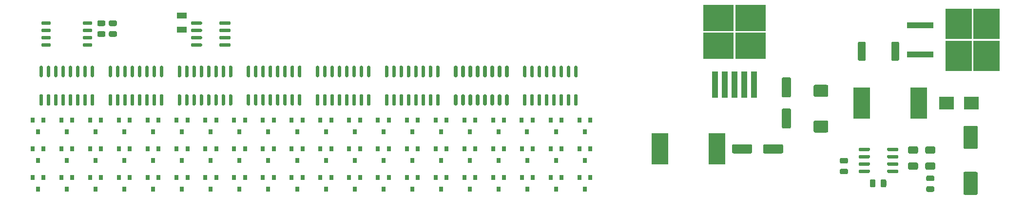
<source format=gbr>
%TF.GenerationSoftware,KiCad,Pcbnew,(5.1.5-131-g305ed0b65)-1*%
%TF.CreationDate,2020-04-22T15:18:06+08:00*%
%TF.ProjectId,NixieController,4e697869-6543-46f6-9e74-726f6c6c6572,rev?*%
%TF.SameCoordinates,Original*%
%TF.FileFunction,Paste,Top*%
%TF.FilePolarity,Positive*%
%FSLAX46Y46*%
G04 Gerber Fmt 4.6, Leading zero omitted, Abs format (unit mm)*
G04 Created by KiCad (PCBNEW (5.1.5-131-g305ed0b65)-1) date 2020-04-22 15:18:06*
%MOMM*%
%LPD*%
G01*
G04 APERTURE LIST*
%ADD10R,2.500000X2.300000*%
%ADD11R,2.900000X5.400000*%
%ADD12R,4.600000X1.100000*%
%ADD13R,4.550000X5.250000*%
%ADD14R,0.800000X0.900000*%
%ADD15R,1.100000X4.600000*%
%ADD16R,5.250000X4.550000*%
%ADD17R,1.800000X1.000000*%
G04 APERTURE END LIST*
%TO.C,C3*%
G36*
G01*
X69975000Y-56850000D02*
X72025000Y-56850000D01*
G75*
G02*
X72275000Y-57100000I0J-250000D01*
G01*
X72275000Y-58675000D01*
G75*
G02*
X72025000Y-58925000I-250000J0D01*
G01*
X69975000Y-58925000D01*
G75*
G02*
X69725000Y-58675000I0J250000D01*
G01*
X69725000Y-57100000D01*
G75*
G02*
X69975000Y-56850000I250000J0D01*
G01*
G37*
G36*
G01*
X69975000Y-63075000D02*
X72025000Y-63075000D01*
G75*
G02*
X72275000Y-63325000I0J-250000D01*
G01*
X72275000Y-64900000D01*
G75*
G02*
X72025000Y-65150000I-250000J0D01*
G01*
X69975000Y-65150000D01*
G75*
G02*
X69725000Y-64900000I0J250000D01*
G01*
X69725000Y-63325000D01*
G75*
G02*
X69975000Y-63075000I250000J0D01*
G01*
G37*
%TD*%
%TO.C,C4*%
G36*
G01*
X74543750Y-71450000D02*
X75456250Y-71450000D01*
G75*
G02*
X75700000Y-71693750I0J-243750D01*
G01*
X75700000Y-72181250D01*
G75*
G02*
X75456250Y-72425000I-243750J0D01*
G01*
X74543750Y-72425000D01*
G75*
G02*
X74300000Y-72181250I0J243750D01*
G01*
X74300000Y-71693750D01*
G75*
G02*
X74543750Y-71450000I243750J0D01*
G01*
G37*
G36*
G01*
X74543750Y-69575000D02*
X75456250Y-69575000D01*
G75*
G02*
X75700000Y-69818750I0J-243750D01*
G01*
X75700000Y-70306250D01*
G75*
G02*
X75456250Y-70550000I-243750J0D01*
G01*
X74543750Y-70550000D01*
G75*
G02*
X74300000Y-70306250I0J243750D01*
G01*
X74300000Y-69818750D01*
G75*
G02*
X74543750Y-69575000I243750J0D01*
G01*
G37*
%TD*%
%TO.C,C5*%
G36*
G01*
X82362500Y-73543750D02*
X82362500Y-74456250D01*
G75*
G02*
X82118750Y-74700000I-243750J0D01*
G01*
X81631250Y-74700000D01*
G75*
G02*
X81387500Y-74456250I0J243750D01*
G01*
X81387500Y-73543750D01*
G75*
G02*
X81631250Y-73300000I243750J0D01*
G01*
X82118750Y-73300000D01*
G75*
G02*
X82362500Y-73543750I0J-243750D01*
G01*
G37*
G36*
G01*
X80487500Y-73543750D02*
X80487500Y-74456250D01*
G75*
G02*
X80243750Y-74700000I-243750J0D01*
G01*
X79756250Y-74700000D01*
G75*
G02*
X79512500Y-74456250I0J243750D01*
G01*
X79512500Y-73543750D01*
G75*
G02*
X79756250Y-73300000I243750J0D01*
G01*
X80243750Y-73300000D01*
G75*
G02*
X80487500Y-73543750I0J-243750D01*
G01*
G37*
%TD*%
%TO.C,C6*%
G36*
G01*
X89375000Y-67575000D02*
X90625000Y-67575000D01*
G75*
G02*
X90875000Y-67825000I0J-250000D01*
G01*
X90875000Y-68575000D01*
G75*
G02*
X90625000Y-68825000I-250000J0D01*
G01*
X89375000Y-68825000D01*
G75*
G02*
X89125000Y-68575000I0J250000D01*
G01*
X89125000Y-67825000D01*
G75*
G02*
X89375000Y-67575000I250000J0D01*
G01*
G37*
G36*
G01*
X89375000Y-70375000D02*
X90625000Y-70375000D01*
G75*
G02*
X90875000Y-70625000I0J-250000D01*
G01*
X90875000Y-71375000D01*
G75*
G02*
X90625000Y-71625000I-250000J0D01*
G01*
X89375000Y-71625000D01*
G75*
G02*
X89125000Y-71375000I0J250000D01*
G01*
X89125000Y-70625000D01*
G75*
G02*
X89375000Y-70375000I250000J0D01*
G01*
G37*
%TD*%
%TO.C,C7*%
G36*
G01*
X96000000Y-64000000D02*
X98000000Y-64000000D01*
G75*
G02*
X98250000Y-64250000I0J-250000D01*
G01*
X98250000Y-67750000D01*
G75*
G02*
X98000000Y-68000000I-250000J0D01*
G01*
X96000000Y-68000000D01*
G75*
G02*
X95750000Y-67750000I0J250000D01*
G01*
X95750000Y-64250000D01*
G75*
G02*
X96000000Y-64000000I250000J0D01*
G01*
G37*
G36*
G01*
X96000000Y-72000000D02*
X98000000Y-72000000D01*
G75*
G02*
X98250000Y-72250000I0J-250000D01*
G01*
X98250000Y-75750000D01*
G75*
G02*
X98000000Y-76000000I-250000J0D01*
G01*
X96000000Y-76000000D01*
G75*
G02*
X95750000Y-75750000I0J250000D01*
G01*
X95750000Y-72250000D01*
G75*
G02*
X96000000Y-72000000I250000J0D01*
G01*
G37*
%TD*%
D10*
%TO.C,D2*%
X97150000Y-60000000D03*
X92850000Y-60000000D03*
%TD*%
D11*
%TO.C,L2*%
X78050000Y-60000000D03*
X87950000Y-60000000D03*
%TD*%
D12*
%TO.C,Q1*%
X88225000Y-46460000D03*
X88225000Y-51540000D03*
D13*
X99800000Y-51775000D03*
X94950000Y-46225000D03*
X99800000Y-46225000D03*
X94950000Y-51775000D03*
%TD*%
%TO.C,R3*%
G36*
G01*
X84575000Y-49574999D02*
X84575000Y-52425001D01*
G75*
G02*
X84325001Y-52675000I-249999J0D01*
G01*
X83474999Y-52675000D01*
G75*
G02*
X83225000Y-52425001I0J249999D01*
G01*
X83225000Y-49574999D01*
G75*
G02*
X83474999Y-49325000I249999J0D01*
G01*
X84325001Y-49325000D01*
G75*
G02*
X84575000Y-49574999I0J-249999D01*
G01*
G37*
G36*
G01*
X78775000Y-49574999D02*
X78775000Y-52425001D01*
G75*
G02*
X78525001Y-52675000I-249999J0D01*
G01*
X77674999Y-52675000D01*
G75*
G02*
X77425000Y-52425001I0J249999D01*
G01*
X77425000Y-49574999D01*
G75*
G02*
X77674999Y-49325000I249999J0D01*
G01*
X78525001Y-49325000D01*
G75*
G02*
X78775000Y-49574999I0J-249999D01*
G01*
G37*
%TD*%
%TO.C,R4*%
G36*
G01*
X86375000Y-67575000D02*
X87625000Y-67575000D01*
G75*
G02*
X87875000Y-67825000I0J-250000D01*
G01*
X87875000Y-68575000D01*
G75*
G02*
X87625000Y-68825000I-250000J0D01*
G01*
X86375000Y-68825000D01*
G75*
G02*
X86125000Y-68575000I0J250000D01*
G01*
X86125000Y-67825000D01*
G75*
G02*
X86375000Y-67575000I250000J0D01*
G01*
G37*
G36*
G01*
X86375000Y-70375000D02*
X87625000Y-70375000D01*
G75*
G02*
X87875000Y-70625000I0J-250000D01*
G01*
X87875000Y-71375000D01*
G75*
G02*
X87625000Y-71625000I-250000J0D01*
G01*
X86375000Y-71625000D01*
G75*
G02*
X86125000Y-71375000I0J250000D01*
G01*
X86125000Y-70625000D01*
G75*
G02*
X86375000Y-70375000I250000J0D01*
G01*
G37*
%TD*%
%TO.C,R5*%
G36*
G01*
X89543750Y-72637500D02*
X90456250Y-72637500D01*
G75*
G02*
X90700000Y-72881250I0J-243750D01*
G01*
X90700000Y-73368750D01*
G75*
G02*
X90456250Y-73612500I-243750J0D01*
G01*
X89543750Y-73612500D01*
G75*
G02*
X89300000Y-73368750I0J243750D01*
G01*
X89300000Y-72881250D01*
G75*
G02*
X89543750Y-72637500I243750J0D01*
G01*
G37*
G36*
G01*
X89543750Y-74512500D02*
X90456250Y-74512500D01*
G75*
G02*
X90700000Y-74756250I0J-243750D01*
G01*
X90700000Y-75243750D01*
G75*
G02*
X90456250Y-75487500I-243750J0D01*
G01*
X89543750Y-75487500D01*
G75*
G02*
X89300000Y-75243750I0J243750D01*
G01*
X89300000Y-74756250D01*
G75*
G02*
X89543750Y-74512500I243750J0D01*
G01*
G37*
%TD*%
%TO.C,U4*%
G36*
G01*
X77550000Y-68245000D02*
X77550000Y-67945000D01*
G75*
G02*
X77700000Y-67795000I150000J0D01*
G01*
X79350000Y-67795000D01*
G75*
G02*
X79500000Y-67945000I0J-150000D01*
G01*
X79500000Y-68245000D01*
G75*
G02*
X79350000Y-68395000I-150000J0D01*
G01*
X77700000Y-68395000D01*
G75*
G02*
X77550000Y-68245000I0J150000D01*
G01*
G37*
G36*
G01*
X77550000Y-69515000D02*
X77550000Y-69215000D01*
G75*
G02*
X77700000Y-69065000I150000J0D01*
G01*
X79350000Y-69065000D01*
G75*
G02*
X79500000Y-69215000I0J-150000D01*
G01*
X79500000Y-69515000D01*
G75*
G02*
X79350000Y-69665000I-150000J0D01*
G01*
X77700000Y-69665000D01*
G75*
G02*
X77550000Y-69515000I0J150000D01*
G01*
G37*
G36*
G01*
X77550000Y-70785000D02*
X77550000Y-70485000D01*
G75*
G02*
X77700000Y-70335000I150000J0D01*
G01*
X79350000Y-70335000D01*
G75*
G02*
X79500000Y-70485000I0J-150000D01*
G01*
X79500000Y-70785000D01*
G75*
G02*
X79350000Y-70935000I-150000J0D01*
G01*
X77700000Y-70935000D01*
G75*
G02*
X77550000Y-70785000I0J150000D01*
G01*
G37*
G36*
G01*
X77550000Y-72055000D02*
X77550000Y-71755000D01*
G75*
G02*
X77700000Y-71605000I150000J0D01*
G01*
X79350000Y-71605000D01*
G75*
G02*
X79500000Y-71755000I0J-150000D01*
G01*
X79500000Y-72055000D01*
G75*
G02*
X79350000Y-72205000I-150000J0D01*
G01*
X77700000Y-72205000D01*
G75*
G02*
X77550000Y-72055000I0J150000D01*
G01*
G37*
G36*
G01*
X82500000Y-72055000D02*
X82500000Y-71755000D01*
G75*
G02*
X82650000Y-71605000I150000J0D01*
G01*
X84300000Y-71605000D01*
G75*
G02*
X84450000Y-71755000I0J-150000D01*
G01*
X84450000Y-72055000D01*
G75*
G02*
X84300000Y-72205000I-150000J0D01*
G01*
X82650000Y-72205000D01*
G75*
G02*
X82500000Y-72055000I0J150000D01*
G01*
G37*
G36*
G01*
X82500000Y-70785000D02*
X82500000Y-70485000D01*
G75*
G02*
X82650000Y-70335000I150000J0D01*
G01*
X84300000Y-70335000D01*
G75*
G02*
X84450000Y-70485000I0J-150000D01*
G01*
X84450000Y-70785000D01*
G75*
G02*
X84300000Y-70935000I-150000J0D01*
G01*
X82650000Y-70935000D01*
G75*
G02*
X82500000Y-70785000I0J150000D01*
G01*
G37*
G36*
G01*
X82500000Y-69515000D02*
X82500000Y-69215000D01*
G75*
G02*
X82650000Y-69065000I150000J0D01*
G01*
X84300000Y-69065000D01*
G75*
G02*
X84450000Y-69215000I0J-150000D01*
G01*
X84450000Y-69515000D01*
G75*
G02*
X84300000Y-69665000I-150000J0D01*
G01*
X82650000Y-69665000D01*
G75*
G02*
X82500000Y-69515000I0J150000D01*
G01*
G37*
G36*
G01*
X82500000Y-68245000D02*
X82500000Y-67945000D01*
G75*
G02*
X82650000Y-67795000I150000J0D01*
G01*
X84300000Y-67795000D01*
G75*
G02*
X84450000Y-67945000I0J-150000D01*
G01*
X84450000Y-68245000D01*
G75*
G02*
X84300000Y-68395000I-150000J0D01*
G01*
X82650000Y-68395000D01*
G75*
G02*
X82500000Y-68245000I0J150000D01*
G01*
G37*
%TD*%
D11*
%TO.C,L1*%
X43050000Y-68000000D03*
X52950000Y-68000000D03*
%TD*%
D14*
%TO.C,Q2*%
X-65000000Y-75000000D03*
X-65950000Y-73000000D03*
X-64050000Y-73000000D03*
%TD*%
%TO.C,Q3*%
X-64050000Y-68000000D03*
X-65950000Y-68000000D03*
X-65000000Y-70000000D03*
%TD*%
%TO.C,Q4*%
X-65000000Y-65000000D03*
X-65950000Y-63000000D03*
X-64050000Y-63000000D03*
%TD*%
%TO.C,Q5*%
X-59050000Y-73000000D03*
X-60950000Y-73000000D03*
X-60000000Y-75000000D03*
%TD*%
%TO.C,Q6*%
X-60000000Y-70000000D03*
X-60950000Y-68000000D03*
X-59050000Y-68000000D03*
%TD*%
%TO.C,Q7*%
X-59050000Y-63000000D03*
X-60950000Y-63000000D03*
X-60000000Y-65000000D03*
%TD*%
%TO.C,Q8*%
X-55000000Y-75000000D03*
X-55950000Y-73000000D03*
X-54050000Y-73000000D03*
%TD*%
%TO.C,Q9*%
X-54050000Y-68000000D03*
X-55950000Y-68000000D03*
X-55000000Y-70000000D03*
%TD*%
%TO.C,Q10*%
X-55000000Y-65000000D03*
X-55950000Y-63000000D03*
X-54050000Y-63000000D03*
%TD*%
%TO.C,Q11*%
X-50000000Y-75000000D03*
X-50950000Y-73000000D03*
X-49050000Y-73000000D03*
%TD*%
%TO.C,Q12*%
X-50000000Y-70000000D03*
X-50950000Y-68000000D03*
X-49050000Y-68000000D03*
%TD*%
%TO.C,Q13*%
X-49050000Y-63000000D03*
X-50950000Y-63000000D03*
X-50000000Y-65000000D03*
%TD*%
%TO.C,Q14*%
X-45000000Y-75000000D03*
X-45950000Y-73000000D03*
X-44050000Y-73000000D03*
%TD*%
%TO.C,Q15*%
X-44050000Y-68000000D03*
X-45950000Y-68000000D03*
X-45000000Y-70000000D03*
%TD*%
%TO.C,Q16*%
X-45000000Y-65000000D03*
X-45950000Y-63000000D03*
X-44050000Y-63000000D03*
%TD*%
%TO.C,Q17*%
X-39050000Y-73000000D03*
X-40950000Y-73000000D03*
X-40000000Y-75000000D03*
%TD*%
%TO.C,Q18*%
X-40000000Y-70000000D03*
X-40950000Y-68000000D03*
X-39050000Y-68000000D03*
%TD*%
%TO.C,Q19*%
X-39050000Y-63000000D03*
X-40950000Y-63000000D03*
X-40000000Y-65000000D03*
%TD*%
%TO.C,Q20*%
X-35000000Y-75000000D03*
X-35950000Y-73000000D03*
X-34050000Y-73000000D03*
%TD*%
%TO.C,Q21*%
X-34050000Y-68000000D03*
X-35950000Y-68000000D03*
X-35000000Y-70000000D03*
%TD*%
%TO.C,Q22*%
X-35000000Y-65000000D03*
X-35950000Y-63000000D03*
X-34050000Y-63000000D03*
%TD*%
%TO.C,Q23*%
X-29050000Y-73000000D03*
X-30950000Y-73000000D03*
X-30000000Y-75000000D03*
%TD*%
%TO.C,Q24*%
X-30000000Y-70000000D03*
X-30950000Y-68000000D03*
X-29050000Y-68000000D03*
%TD*%
%TO.C,Q25*%
X-29050000Y-63000000D03*
X-30950000Y-63000000D03*
X-30000000Y-65000000D03*
%TD*%
%TO.C,Q26*%
X-25000000Y-75000000D03*
X-25950000Y-73000000D03*
X-24050000Y-73000000D03*
%TD*%
%TO.C,Q27*%
X-24050000Y-68000000D03*
X-25950000Y-68000000D03*
X-25000000Y-70000000D03*
%TD*%
%TO.C,Q28*%
X-25000000Y-65000000D03*
X-25950000Y-63000000D03*
X-24050000Y-63000000D03*
%TD*%
%TO.C,Q29*%
X-19050000Y-73000000D03*
X-20950000Y-73000000D03*
X-20000000Y-75000000D03*
%TD*%
%TO.C,Q30*%
X-19050000Y-68000000D03*
X-20950000Y-68000000D03*
X-20000000Y-70000000D03*
%TD*%
%TO.C,Q31*%
X-19050000Y-63000000D03*
X-20950000Y-63000000D03*
X-20000000Y-65000000D03*
%TD*%
%TO.C,Q32*%
X-15000000Y-75000000D03*
X-15950000Y-73000000D03*
X-14050000Y-73000000D03*
%TD*%
%TO.C,Q33*%
X-14050000Y-68000000D03*
X-15950000Y-68000000D03*
X-15000000Y-70000000D03*
%TD*%
%TO.C,Q34*%
X-15000000Y-65000000D03*
X-15950000Y-63000000D03*
X-14050000Y-63000000D03*
%TD*%
%TO.C,Q35*%
X-9050000Y-73000000D03*
X-10950000Y-73000000D03*
X-10000000Y-75000000D03*
%TD*%
%TO.C,Q36*%
X-10000000Y-70000000D03*
X-10950000Y-68000000D03*
X-9050000Y-68000000D03*
%TD*%
%TO.C,Q37*%
X-10000000Y-65000000D03*
X-10950000Y-63000000D03*
X-9050000Y-63000000D03*
%TD*%
%TO.C,Q38*%
X-4050000Y-73000000D03*
X-5950000Y-73000000D03*
X-5000000Y-75000000D03*
%TD*%
%TO.C,Q39*%
X-5000000Y-70000000D03*
X-5950000Y-68000000D03*
X-4050000Y-68000000D03*
%TD*%
%TO.C,Q40*%
X-4050000Y-63000000D03*
X-5950000Y-63000000D03*
X-5000000Y-65000000D03*
%TD*%
%TO.C,Q41*%
X0Y-75000000D03*
X-950000Y-73000000D03*
X950000Y-73000000D03*
%TD*%
%TO.C,Q42*%
X950000Y-68000000D03*
X-950000Y-68000000D03*
X0Y-70000000D03*
%TD*%
%TO.C,Q43*%
X0Y-65000000D03*
X-950000Y-63000000D03*
X950000Y-63000000D03*
%TD*%
%TO.C,Q44*%
X5950000Y-73000000D03*
X4050000Y-73000000D03*
X5000000Y-75000000D03*
%TD*%
%TO.C,Q45*%
X5000000Y-70000000D03*
X4050000Y-68000000D03*
X5950000Y-68000000D03*
%TD*%
%TO.C,Q46*%
X5950000Y-63000000D03*
X4050000Y-63000000D03*
X5000000Y-65000000D03*
%TD*%
%TO.C,Q47*%
X10000000Y-75000000D03*
X9050000Y-73000000D03*
X10950000Y-73000000D03*
%TD*%
%TO.C,Q48*%
X10950000Y-68000000D03*
X9050000Y-68000000D03*
X10000000Y-70000000D03*
%TD*%
%TO.C,Q49*%
X10950000Y-63000000D03*
X9050000Y-63000000D03*
X10000000Y-65000000D03*
%TD*%
%TO.C,Q50*%
X15950000Y-73000000D03*
X14050000Y-73000000D03*
X15000000Y-75000000D03*
%TD*%
%TO.C,Q51*%
X15000000Y-70000000D03*
X14050000Y-68000000D03*
X15950000Y-68000000D03*
%TD*%
%TO.C,Q52*%
X15950000Y-63000000D03*
X14050000Y-63000000D03*
X15000000Y-65000000D03*
%TD*%
%TO.C,Q53*%
X20000000Y-75000000D03*
X19050000Y-73000000D03*
X20950000Y-73000000D03*
%TD*%
%TO.C,Q54*%
X20950000Y-68000000D03*
X19050000Y-68000000D03*
X20000000Y-70000000D03*
%TD*%
%TO.C,Q55*%
X19950000Y-65000000D03*
X19000000Y-63000000D03*
X20900000Y-63000000D03*
%TD*%
%TO.C,Q56*%
X25950000Y-73000000D03*
X24050000Y-73000000D03*
X25000000Y-75000000D03*
%TD*%
%TO.C,Q57*%
X25000000Y-70000000D03*
X24050000Y-68000000D03*
X25950000Y-68000000D03*
%TD*%
%TO.C,Q58*%
X25950000Y-63000000D03*
X24050000Y-63000000D03*
X25000000Y-65000000D03*
%TD*%
%TO.C,Q59*%
X30000000Y-75000000D03*
X29050000Y-73000000D03*
X30950000Y-73000000D03*
%TD*%
%TO.C,Q60*%
X30950000Y-68000000D03*
X29050000Y-68000000D03*
X30000000Y-70000000D03*
%TD*%
%TO.C,Q61*%
X30000000Y-65000000D03*
X29050000Y-63000000D03*
X30950000Y-63000000D03*
%TD*%
%TO.C,R1*%
G36*
G01*
X-54456250Y-45637500D02*
X-53543750Y-45637500D01*
G75*
G02*
X-53300000Y-45881250I0J-243750D01*
G01*
X-53300000Y-46368750D01*
G75*
G02*
X-53543750Y-46612500I-243750J0D01*
G01*
X-54456250Y-46612500D01*
G75*
G02*
X-54700000Y-46368750I0J243750D01*
G01*
X-54700000Y-45881250D01*
G75*
G02*
X-54456250Y-45637500I243750J0D01*
G01*
G37*
G36*
G01*
X-54456250Y-47512500D02*
X-53543750Y-47512500D01*
G75*
G02*
X-53300000Y-47756250I0J-243750D01*
G01*
X-53300000Y-48243750D01*
G75*
G02*
X-53543750Y-48487500I-243750J0D01*
G01*
X-54456250Y-48487500D01*
G75*
G02*
X-54700000Y-48243750I0J243750D01*
G01*
X-54700000Y-47756250D01*
G75*
G02*
X-54456250Y-47512500I243750J0D01*
G01*
G37*
%TD*%
%TO.C,R2*%
G36*
G01*
X-52456250Y-47512500D02*
X-51543750Y-47512500D01*
G75*
G02*
X-51300000Y-47756250I0J-243750D01*
G01*
X-51300000Y-48243750D01*
G75*
G02*
X-51543750Y-48487500I-243750J0D01*
G01*
X-52456250Y-48487500D01*
G75*
G02*
X-52700000Y-48243750I0J243750D01*
G01*
X-52700000Y-47756250D01*
G75*
G02*
X-52456250Y-47512500I243750J0D01*
G01*
G37*
G36*
G01*
X-52456250Y-45637500D02*
X-51543750Y-45637500D01*
G75*
G02*
X-51300000Y-45881250I0J-243750D01*
G01*
X-51300000Y-46368750D01*
G75*
G02*
X-51543750Y-46612500I-243750J0D01*
G01*
X-52456250Y-46612500D01*
G75*
G02*
X-52700000Y-46368750I0J243750D01*
G01*
X-52700000Y-45881250D01*
G75*
G02*
X-52456250Y-45637500I243750J0D01*
G01*
G37*
%TD*%
%TO.C,U1*%
G36*
G01*
X-64400000Y-46245000D02*
X-64400000Y-45945000D01*
G75*
G02*
X-64250000Y-45795000I150000J0D01*
G01*
X-62950000Y-45795000D01*
G75*
G02*
X-62800000Y-45945000I0J-150000D01*
G01*
X-62800000Y-46245000D01*
G75*
G02*
X-62950000Y-46395000I-150000J0D01*
G01*
X-64250000Y-46395000D01*
G75*
G02*
X-64400000Y-46245000I0J150000D01*
G01*
G37*
G36*
G01*
X-64400000Y-47515000D02*
X-64400000Y-47215000D01*
G75*
G02*
X-64250000Y-47065000I150000J0D01*
G01*
X-62950000Y-47065000D01*
G75*
G02*
X-62800000Y-47215000I0J-150000D01*
G01*
X-62800000Y-47515000D01*
G75*
G02*
X-62950000Y-47665000I-150000J0D01*
G01*
X-64250000Y-47665000D01*
G75*
G02*
X-64400000Y-47515000I0J150000D01*
G01*
G37*
G36*
G01*
X-64400000Y-48785000D02*
X-64400000Y-48485000D01*
G75*
G02*
X-64250000Y-48335000I150000J0D01*
G01*
X-62950000Y-48335000D01*
G75*
G02*
X-62800000Y-48485000I0J-150000D01*
G01*
X-62800000Y-48785000D01*
G75*
G02*
X-62950000Y-48935000I-150000J0D01*
G01*
X-64250000Y-48935000D01*
G75*
G02*
X-64400000Y-48785000I0J150000D01*
G01*
G37*
G36*
G01*
X-64400000Y-50055000D02*
X-64400000Y-49755000D01*
G75*
G02*
X-64250000Y-49605000I150000J0D01*
G01*
X-62950000Y-49605000D01*
G75*
G02*
X-62800000Y-49755000I0J-150000D01*
G01*
X-62800000Y-50055000D01*
G75*
G02*
X-62950000Y-50205000I-150000J0D01*
G01*
X-64250000Y-50205000D01*
G75*
G02*
X-64400000Y-50055000I0J150000D01*
G01*
G37*
G36*
G01*
X-57200000Y-50055000D02*
X-57200000Y-49755000D01*
G75*
G02*
X-57050000Y-49605000I150000J0D01*
G01*
X-55750000Y-49605000D01*
G75*
G02*
X-55600000Y-49755000I0J-150000D01*
G01*
X-55600000Y-50055000D01*
G75*
G02*
X-55750000Y-50205000I-150000J0D01*
G01*
X-57050000Y-50205000D01*
G75*
G02*
X-57200000Y-50055000I0J150000D01*
G01*
G37*
G36*
G01*
X-57200000Y-48785000D02*
X-57200000Y-48485000D01*
G75*
G02*
X-57050000Y-48335000I150000J0D01*
G01*
X-55750000Y-48335000D01*
G75*
G02*
X-55600000Y-48485000I0J-150000D01*
G01*
X-55600000Y-48785000D01*
G75*
G02*
X-55750000Y-48935000I-150000J0D01*
G01*
X-57050000Y-48935000D01*
G75*
G02*
X-57200000Y-48785000I0J150000D01*
G01*
G37*
G36*
G01*
X-57200000Y-47515000D02*
X-57200000Y-47215000D01*
G75*
G02*
X-57050000Y-47065000I150000J0D01*
G01*
X-55750000Y-47065000D01*
G75*
G02*
X-55600000Y-47215000I0J-150000D01*
G01*
X-55600000Y-47515000D01*
G75*
G02*
X-55750000Y-47665000I-150000J0D01*
G01*
X-57050000Y-47665000D01*
G75*
G02*
X-57200000Y-47515000I0J150000D01*
G01*
G37*
G36*
G01*
X-57200000Y-46245000D02*
X-57200000Y-45945000D01*
G75*
G02*
X-57050000Y-45795000I150000J0D01*
G01*
X-55750000Y-45795000D01*
G75*
G02*
X-55600000Y-45945000I0J-150000D01*
G01*
X-55600000Y-46245000D01*
G75*
G02*
X-55750000Y-46395000I-150000J0D01*
G01*
X-57050000Y-46395000D01*
G75*
G02*
X-57200000Y-46245000I0J150000D01*
G01*
G37*
%TD*%
%TO.C,U2*%
G36*
G01*
X-38450000Y-46245000D02*
X-38450000Y-45945000D01*
G75*
G02*
X-38300000Y-45795000I150000J0D01*
G01*
X-36650000Y-45795000D01*
G75*
G02*
X-36500000Y-45945000I0J-150000D01*
G01*
X-36500000Y-46245000D01*
G75*
G02*
X-36650000Y-46395000I-150000J0D01*
G01*
X-38300000Y-46395000D01*
G75*
G02*
X-38450000Y-46245000I0J150000D01*
G01*
G37*
G36*
G01*
X-38450000Y-47515000D02*
X-38450000Y-47215000D01*
G75*
G02*
X-38300000Y-47065000I150000J0D01*
G01*
X-36650000Y-47065000D01*
G75*
G02*
X-36500000Y-47215000I0J-150000D01*
G01*
X-36500000Y-47515000D01*
G75*
G02*
X-36650000Y-47665000I-150000J0D01*
G01*
X-38300000Y-47665000D01*
G75*
G02*
X-38450000Y-47515000I0J150000D01*
G01*
G37*
G36*
G01*
X-38450000Y-48785000D02*
X-38450000Y-48485000D01*
G75*
G02*
X-38300000Y-48335000I150000J0D01*
G01*
X-36650000Y-48335000D01*
G75*
G02*
X-36500000Y-48485000I0J-150000D01*
G01*
X-36500000Y-48785000D01*
G75*
G02*
X-36650000Y-48935000I-150000J0D01*
G01*
X-38300000Y-48935000D01*
G75*
G02*
X-38450000Y-48785000I0J150000D01*
G01*
G37*
G36*
G01*
X-38450000Y-50055000D02*
X-38450000Y-49755000D01*
G75*
G02*
X-38300000Y-49605000I150000J0D01*
G01*
X-36650000Y-49605000D01*
G75*
G02*
X-36500000Y-49755000I0J-150000D01*
G01*
X-36500000Y-50055000D01*
G75*
G02*
X-36650000Y-50205000I-150000J0D01*
G01*
X-38300000Y-50205000D01*
G75*
G02*
X-38450000Y-50055000I0J150000D01*
G01*
G37*
G36*
G01*
X-33500000Y-50055000D02*
X-33500000Y-49755000D01*
G75*
G02*
X-33350000Y-49605000I150000J0D01*
G01*
X-31700000Y-49605000D01*
G75*
G02*
X-31550000Y-49755000I0J-150000D01*
G01*
X-31550000Y-50055000D01*
G75*
G02*
X-31700000Y-50205000I-150000J0D01*
G01*
X-33350000Y-50205000D01*
G75*
G02*
X-33500000Y-50055000I0J150000D01*
G01*
G37*
G36*
G01*
X-33500000Y-48785000D02*
X-33500000Y-48485000D01*
G75*
G02*
X-33350000Y-48335000I150000J0D01*
G01*
X-31700000Y-48335000D01*
G75*
G02*
X-31550000Y-48485000I0J-150000D01*
G01*
X-31550000Y-48785000D01*
G75*
G02*
X-31700000Y-48935000I-150000J0D01*
G01*
X-33350000Y-48935000D01*
G75*
G02*
X-33500000Y-48785000I0J150000D01*
G01*
G37*
G36*
G01*
X-33500000Y-47515000D02*
X-33500000Y-47215000D01*
G75*
G02*
X-33350000Y-47065000I150000J0D01*
G01*
X-31700000Y-47065000D01*
G75*
G02*
X-31550000Y-47215000I0J-150000D01*
G01*
X-31550000Y-47515000D01*
G75*
G02*
X-31700000Y-47665000I-150000J0D01*
G01*
X-33350000Y-47665000D01*
G75*
G02*
X-33500000Y-47515000I0J150000D01*
G01*
G37*
G36*
G01*
X-33500000Y-46245000D02*
X-33500000Y-45945000D01*
G75*
G02*
X-33350000Y-45795000I150000J0D01*
G01*
X-31700000Y-45795000D01*
G75*
G02*
X-31550000Y-45945000I0J-150000D01*
G01*
X-31550000Y-46245000D01*
G75*
G02*
X-31700000Y-46395000I-150000J0D01*
G01*
X-33350000Y-46395000D01*
G75*
G02*
X-33500000Y-46245000I0J150000D01*
G01*
G37*
%TD*%
D15*
%TO.C,U3*%
X52600000Y-56775000D03*
X54300000Y-56775000D03*
X56000000Y-56775000D03*
X57700000Y-56775000D03*
X59400000Y-56775000D03*
D16*
X58775000Y-45200000D03*
X53225000Y-50050000D03*
X53225000Y-45200000D03*
X58775000Y-50050000D03*
%TD*%
%TO.C,U5*%
G36*
G01*
X-64295000Y-55500000D02*
X-64595000Y-55500000D01*
G75*
G02*
X-64745000Y-55350000I0J150000D01*
G01*
X-64745000Y-53700000D01*
G75*
G02*
X-64595000Y-53550000I150000J0D01*
G01*
X-64295000Y-53550000D01*
G75*
G02*
X-64145000Y-53700000I0J-150000D01*
G01*
X-64145000Y-55350000D01*
G75*
G02*
X-64295000Y-55500000I-150000J0D01*
G01*
G37*
G36*
G01*
X-63025000Y-55500000D02*
X-63325000Y-55500000D01*
G75*
G02*
X-63475000Y-55350000I0J150000D01*
G01*
X-63475000Y-53700000D01*
G75*
G02*
X-63325000Y-53550000I150000J0D01*
G01*
X-63025000Y-53550000D01*
G75*
G02*
X-62875000Y-53700000I0J-150000D01*
G01*
X-62875000Y-55350000D01*
G75*
G02*
X-63025000Y-55500000I-150000J0D01*
G01*
G37*
G36*
G01*
X-61755000Y-55500000D02*
X-62055000Y-55500000D01*
G75*
G02*
X-62205000Y-55350000I0J150000D01*
G01*
X-62205000Y-53700000D01*
G75*
G02*
X-62055000Y-53550000I150000J0D01*
G01*
X-61755000Y-53550000D01*
G75*
G02*
X-61605000Y-53700000I0J-150000D01*
G01*
X-61605000Y-55350000D01*
G75*
G02*
X-61755000Y-55500000I-150000J0D01*
G01*
G37*
G36*
G01*
X-60485000Y-55500000D02*
X-60785000Y-55500000D01*
G75*
G02*
X-60935000Y-55350000I0J150000D01*
G01*
X-60935000Y-53700000D01*
G75*
G02*
X-60785000Y-53550000I150000J0D01*
G01*
X-60485000Y-53550000D01*
G75*
G02*
X-60335000Y-53700000I0J-150000D01*
G01*
X-60335000Y-55350000D01*
G75*
G02*
X-60485000Y-55500000I-150000J0D01*
G01*
G37*
G36*
G01*
X-59215000Y-55500000D02*
X-59515000Y-55500000D01*
G75*
G02*
X-59665000Y-55350000I0J150000D01*
G01*
X-59665000Y-53700000D01*
G75*
G02*
X-59515000Y-53550000I150000J0D01*
G01*
X-59215000Y-53550000D01*
G75*
G02*
X-59065000Y-53700000I0J-150000D01*
G01*
X-59065000Y-55350000D01*
G75*
G02*
X-59215000Y-55500000I-150000J0D01*
G01*
G37*
G36*
G01*
X-57945000Y-55500000D02*
X-58245000Y-55500000D01*
G75*
G02*
X-58395000Y-55350000I0J150000D01*
G01*
X-58395000Y-53700000D01*
G75*
G02*
X-58245000Y-53550000I150000J0D01*
G01*
X-57945000Y-53550000D01*
G75*
G02*
X-57795000Y-53700000I0J-150000D01*
G01*
X-57795000Y-55350000D01*
G75*
G02*
X-57945000Y-55500000I-150000J0D01*
G01*
G37*
G36*
G01*
X-56675000Y-55500000D02*
X-56975000Y-55500000D01*
G75*
G02*
X-57125000Y-55350000I0J150000D01*
G01*
X-57125000Y-53700000D01*
G75*
G02*
X-56975000Y-53550000I150000J0D01*
G01*
X-56675000Y-53550000D01*
G75*
G02*
X-56525000Y-53700000I0J-150000D01*
G01*
X-56525000Y-55350000D01*
G75*
G02*
X-56675000Y-55500000I-150000J0D01*
G01*
G37*
G36*
G01*
X-55405000Y-55500000D02*
X-55705000Y-55500000D01*
G75*
G02*
X-55855000Y-55350000I0J150000D01*
G01*
X-55855000Y-53700000D01*
G75*
G02*
X-55705000Y-53550000I150000J0D01*
G01*
X-55405000Y-53550000D01*
G75*
G02*
X-55255000Y-53700000I0J-150000D01*
G01*
X-55255000Y-55350000D01*
G75*
G02*
X-55405000Y-55500000I-150000J0D01*
G01*
G37*
G36*
G01*
X-55405000Y-60450000D02*
X-55705000Y-60450000D01*
G75*
G02*
X-55855000Y-60300000I0J150000D01*
G01*
X-55855000Y-58650000D01*
G75*
G02*
X-55705000Y-58500000I150000J0D01*
G01*
X-55405000Y-58500000D01*
G75*
G02*
X-55255000Y-58650000I0J-150000D01*
G01*
X-55255000Y-60300000D01*
G75*
G02*
X-55405000Y-60450000I-150000J0D01*
G01*
G37*
G36*
G01*
X-56675000Y-60450000D02*
X-56975000Y-60450000D01*
G75*
G02*
X-57125000Y-60300000I0J150000D01*
G01*
X-57125000Y-58650000D01*
G75*
G02*
X-56975000Y-58500000I150000J0D01*
G01*
X-56675000Y-58500000D01*
G75*
G02*
X-56525000Y-58650000I0J-150000D01*
G01*
X-56525000Y-60300000D01*
G75*
G02*
X-56675000Y-60450000I-150000J0D01*
G01*
G37*
G36*
G01*
X-57945000Y-60450000D02*
X-58245000Y-60450000D01*
G75*
G02*
X-58395000Y-60300000I0J150000D01*
G01*
X-58395000Y-58650000D01*
G75*
G02*
X-58245000Y-58500000I150000J0D01*
G01*
X-57945000Y-58500000D01*
G75*
G02*
X-57795000Y-58650000I0J-150000D01*
G01*
X-57795000Y-60300000D01*
G75*
G02*
X-57945000Y-60450000I-150000J0D01*
G01*
G37*
G36*
G01*
X-59215000Y-60450000D02*
X-59515000Y-60450000D01*
G75*
G02*
X-59665000Y-60300000I0J150000D01*
G01*
X-59665000Y-58650000D01*
G75*
G02*
X-59515000Y-58500000I150000J0D01*
G01*
X-59215000Y-58500000D01*
G75*
G02*
X-59065000Y-58650000I0J-150000D01*
G01*
X-59065000Y-60300000D01*
G75*
G02*
X-59215000Y-60450000I-150000J0D01*
G01*
G37*
G36*
G01*
X-60485000Y-60450000D02*
X-60785000Y-60450000D01*
G75*
G02*
X-60935000Y-60300000I0J150000D01*
G01*
X-60935000Y-58650000D01*
G75*
G02*
X-60785000Y-58500000I150000J0D01*
G01*
X-60485000Y-58500000D01*
G75*
G02*
X-60335000Y-58650000I0J-150000D01*
G01*
X-60335000Y-60300000D01*
G75*
G02*
X-60485000Y-60450000I-150000J0D01*
G01*
G37*
G36*
G01*
X-61755000Y-60450000D02*
X-62055000Y-60450000D01*
G75*
G02*
X-62205000Y-60300000I0J150000D01*
G01*
X-62205000Y-58650000D01*
G75*
G02*
X-62055000Y-58500000I150000J0D01*
G01*
X-61755000Y-58500000D01*
G75*
G02*
X-61605000Y-58650000I0J-150000D01*
G01*
X-61605000Y-60300000D01*
G75*
G02*
X-61755000Y-60450000I-150000J0D01*
G01*
G37*
G36*
G01*
X-63025000Y-60450000D02*
X-63325000Y-60450000D01*
G75*
G02*
X-63475000Y-60300000I0J150000D01*
G01*
X-63475000Y-58650000D01*
G75*
G02*
X-63325000Y-58500000I150000J0D01*
G01*
X-63025000Y-58500000D01*
G75*
G02*
X-62875000Y-58650000I0J-150000D01*
G01*
X-62875000Y-60300000D01*
G75*
G02*
X-63025000Y-60450000I-150000J0D01*
G01*
G37*
G36*
G01*
X-64295000Y-60450000D02*
X-64595000Y-60450000D01*
G75*
G02*
X-64745000Y-60300000I0J150000D01*
G01*
X-64745000Y-58650000D01*
G75*
G02*
X-64595000Y-58500000I150000J0D01*
G01*
X-64295000Y-58500000D01*
G75*
G02*
X-64145000Y-58650000I0J-150000D01*
G01*
X-64145000Y-60300000D01*
G75*
G02*
X-64295000Y-60450000I-150000J0D01*
G01*
G37*
%TD*%
%TO.C,U9*%
G36*
G01*
X-16295000Y-55500000D02*
X-16595000Y-55500000D01*
G75*
G02*
X-16745000Y-55350000I0J150000D01*
G01*
X-16745000Y-53700000D01*
G75*
G02*
X-16595000Y-53550000I150000J0D01*
G01*
X-16295000Y-53550000D01*
G75*
G02*
X-16145000Y-53700000I0J-150000D01*
G01*
X-16145000Y-55350000D01*
G75*
G02*
X-16295000Y-55500000I-150000J0D01*
G01*
G37*
G36*
G01*
X-15025000Y-55500000D02*
X-15325000Y-55500000D01*
G75*
G02*
X-15475000Y-55350000I0J150000D01*
G01*
X-15475000Y-53700000D01*
G75*
G02*
X-15325000Y-53550000I150000J0D01*
G01*
X-15025000Y-53550000D01*
G75*
G02*
X-14875000Y-53700000I0J-150000D01*
G01*
X-14875000Y-55350000D01*
G75*
G02*
X-15025000Y-55500000I-150000J0D01*
G01*
G37*
G36*
G01*
X-13755000Y-55500000D02*
X-14055000Y-55500000D01*
G75*
G02*
X-14205000Y-55350000I0J150000D01*
G01*
X-14205000Y-53700000D01*
G75*
G02*
X-14055000Y-53550000I150000J0D01*
G01*
X-13755000Y-53550000D01*
G75*
G02*
X-13605000Y-53700000I0J-150000D01*
G01*
X-13605000Y-55350000D01*
G75*
G02*
X-13755000Y-55500000I-150000J0D01*
G01*
G37*
G36*
G01*
X-12485000Y-55500000D02*
X-12785000Y-55500000D01*
G75*
G02*
X-12935000Y-55350000I0J150000D01*
G01*
X-12935000Y-53700000D01*
G75*
G02*
X-12785000Y-53550000I150000J0D01*
G01*
X-12485000Y-53550000D01*
G75*
G02*
X-12335000Y-53700000I0J-150000D01*
G01*
X-12335000Y-55350000D01*
G75*
G02*
X-12485000Y-55500000I-150000J0D01*
G01*
G37*
G36*
G01*
X-11215000Y-55500000D02*
X-11515000Y-55500000D01*
G75*
G02*
X-11665000Y-55350000I0J150000D01*
G01*
X-11665000Y-53700000D01*
G75*
G02*
X-11515000Y-53550000I150000J0D01*
G01*
X-11215000Y-53550000D01*
G75*
G02*
X-11065000Y-53700000I0J-150000D01*
G01*
X-11065000Y-55350000D01*
G75*
G02*
X-11215000Y-55500000I-150000J0D01*
G01*
G37*
G36*
G01*
X-9945000Y-55500000D02*
X-10245000Y-55500000D01*
G75*
G02*
X-10395000Y-55350000I0J150000D01*
G01*
X-10395000Y-53700000D01*
G75*
G02*
X-10245000Y-53550000I150000J0D01*
G01*
X-9945000Y-53550000D01*
G75*
G02*
X-9795000Y-53700000I0J-150000D01*
G01*
X-9795000Y-55350000D01*
G75*
G02*
X-9945000Y-55500000I-150000J0D01*
G01*
G37*
G36*
G01*
X-8675000Y-55500000D02*
X-8975000Y-55500000D01*
G75*
G02*
X-9125000Y-55350000I0J150000D01*
G01*
X-9125000Y-53700000D01*
G75*
G02*
X-8975000Y-53550000I150000J0D01*
G01*
X-8675000Y-53550000D01*
G75*
G02*
X-8525000Y-53700000I0J-150000D01*
G01*
X-8525000Y-55350000D01*
G75*
G02*
X-8675000Y-55500000I-150000J0D01*
G01*
G37*
G36*
G01*
X-7405000Y-55500000D02*
X-7705000Y-55500000D01*
G75*
G02*
X-7855000Y-55350000I0J150000D01*
G01*
X-7855000Y-53700000D01*
G75*
G02*
X-7705000Y-53550000I150000J0D01*
G01*
X-7405000Y-53550000D01*
G75*
G02*
X-7255000Y-53700000I0J-150000D01*
G01*
X-7255000Y-55350000D01*
G75*
G02*
X-7405000Y-55500000I-150000J0D01*
G01*
G37*
G36*
G01*
X-7405000Y-60450000D02*
X-7705000Y-60450000D01*
G75*
G02*
X-7855000Y-60300000I0J150000D01*
G01*
X-7855000Y-58650000D01*
G75*
G02*
X-7705000Y-58500000I150000J0D01*
G01*
X-7405000Y-58500000D01*
G75*
G02*
X-7255000Y-58650000I0J-150000D01*
G01*
X-7255000Y-60300000D01*
G75*
G02*
X-7405000Y-60450000I-150000J0D01*
G01*
G37*
G36*
G01*
X-8675000Y-60450000D02*
X-8975000Y-60450000D01*
G75*
G02*
X-9125000Y-60300000I0J150000D01*
G01*
X-9125000Y-58650000D01*
G75*
G02*
X-8975000Y-58500000I150000J0D01*
G01*
X-8675000Y-58500000D01*
G75*
G02*
X-8525000Y-58650000I0J-150000D01*
G01*
X-8525000Y-60300000D01*
G75*
G02*
X-8675000Y-60450000I-150000J0D01*
G01*
G37*
G36*
G01*
X-9945000Y-60450000D02*
X-10245000Y-60450000D01*
G75*
G02*
X-10395000Y-60300000I0J150000D01*
G01*
X-10395000Y-58650000D01*
G75*
G02*
X-10245000Y-58500000I150000J0D01*
G01*
X-9945000Y-58500000D01*
G75*
G02*
X-9795000Y-58650000I0J-150000D01*
G01*
X-9795000Y-60300000D01*
G75*
G02*
X-9945000Y-60450000I-150000J0D01*
G01*
G37*
G36*
G01*
X-11215000Y-60450000D02*
X-11515000Y-60450000D01*
G75*
G02*
X-11665000Y-60300000I0J150000D01*
G01*
X-11665000Y-58650000D01*
G75*
G02*
X-11515000Y-58500000I150000J0D01*
G01*
X-11215000Y-58500000D01*
G75*
G02*
X-11065000Y-58650000I0J-150000D01*
G01*
X-11065000Y-60300000D01*
G75*
G02*
X-11215000Y-60450000I-150000J0D01*
G01*
G37*
G36*
G01*
X-12485000Y-60450000D02*
X-12785000Y-60450000D01*
G75*
G02*
X-12935000Y-60300000I0J150000D01*
G01*
X-12935000Y-58650000D01*
G75*
G02*
X-12785000Y-58500000I150000J0D01*
G01*
X-12485000Y-58500000D01*
G75*
G02*
X-12335000Y-58650000I0J-150000D01*
G01*
X-12335000Y-60300000D01*
G75*
G02*
X-12485000Y-60450000I-150000J0D01*
G01*
G37*
G36*
G01*
X-13755000Y-60450000D02*
X-14055000Y-60450000D01*
G75*
G02*
X-14205000Y-60300000I0J150000D01*
G01*
X-14205000Y-58650000D01*
G75*
G02*
X-14055000Y-58500000I150000J0D01*
G01*
X-13755000Y-58500000D01*
G75*
G02*
X-13605000Y-58650000I0J-150000D01*
G01*
X-13605000Y-60300000D01*
G75*
G02*
X-13755000Y-60450000I-150000J0D01*
G01*
G37*
G36*
G01*
X-15025000Y-60450000D02*
X-15325000Y-60450000D01*
G75*
G02*
X-15475000Y-60300000I0J150000D01*
G01*
X-15475000Y-58650000D01*
G75*
G02*
X-15325000Y-58500000I150000J0D01*
G01*
X-15025000Y-58500000D01*
G75*
G02*
X-14875000Y-58650000I0J-150000D01*
G01*
X-14875000Y-60300000D01*
G75*
G02*
X-15025000Y-60450000I-150000J0D01*
G01*
G37*
G36*
G01*
X-16295000Y-60450000D02*
X-16595000Y-60450000D01*
G75*
G02*
X-16745000Y-60300000I0J150000D01*
G01*
X-16745000Y-58650000D01*
G75*
G02*
X-16595000Y-58500000I150000J0D01*
G01*
X-16295000Y-58500000D01*
G75*
G02*
X-16145000Y-58650000I0J-150000D01*
G01*
X-16145000Y-60300000D01*
G75*
G02*
X-16295000Y-60450000I-150000J0D01*
G01*
G37*
%TD*%
%TO.C,U6*%
G36*
G01*
X-52295000Y-60450000D02*
X-52595000Y-60450000D01*
G75*
G02*
X-52745000Y-60300000I0J150000D01*
G01*
X-52745000Y-58650000D01*
G75*
G02*
X-52595000Y-58500000I150000J0D01*
G01*
X-52295000Y-58500000D01*
G75*
G02*
X-52145000Y-58650000I0J-150000D01*
G01*
X-52145000Y-60300000D01*
G75*
G02*
X-52295000Y-60450000I-150000J0D01*
G01*
G37*
G36*
G01*
X-51025000Y-60450000D02*
X-51325000Y-60450000D01*
G75*
G02*
X-51475000Y-60300000I0J150000D01*
G01*
X-51475000Y-58650000D01*
G75*
G02*
X-51325000Y-58500000I150000J0D01*
G01*
X-51025000Y-58500000D01*
G75*
G02*
X-50875000Y-58650000I0J-150000D01*
G01*
X-50875000Y-60300000D01*
G75*
G02*
X-51025000Y-60450000I-150000J0D01*
G01*
G37*
G36*
G01*
X-49755000Y-60450000D02*
X-50055000Y-60450000D01*
G75*
G02*
X-50205000Y-60300000I0J150000D01*
G01*
X-50205000Y-58650000D01*
G75*
G02*
X-50055000Y-58500000I150000J0D01*
G01*
X-49755000Y-58500000D01*
G75*
G02*
X-49605000Y-58650000I0J-150000D01*
G01*
X-49605000Y-60300000D01*
G75*
G02*
X-49755000Y-60450000I-150000J0D01*
G01*
G37*
G36*
G01*
X-48485000Y-60450000D02*
X-48785000Y-60450000D01*
G75*
G02*
X-48935000Y-60300000I0J150000D01*
G01*
X-48935000Y-58650000D01*
G75*
G02*
X-48785000Y-58500000I150000J0D01*
G01*
X-48485000Y-58500000D01*
G75*
G02*
X-48335000Y-58650000I0J-150000D01*
G01*
X-48335000Y-60300000D01*
G75*
G02*
X-48485000Y-60450000I-150000J0D01*
G01*
G37*
G36*
G01*
X-47215000Y-60450000D02*
X-47515000Y-60450000D01*
G75*
G02*
X-47665000Y-60300000I0J150000D01*
G01*
X-47665000Y-58650000D01*
G75*
G02*
X-47515000Y-58500000I150000J0D01*
G01*
X-47215000Y-58500000D01*
G75*
G02*
X-47065000Y-58650000I0J-150000D01*
G01*
X-47065000Y-60300000D01*
G75*
G02*
X-47215000Y-60450000I-150000J0D01*
G01*
G37*
G36*
G01*
X-45945000Y-60450000D02*
X-46245000Y-60450000D01*
G75*
G02*
X-46395000Y-60300000I0J150000D01*
G01*
X-46395000Y-58650000D01*
G75*
G02*
X-46245000Y-58500000I150000J0D01*
G01*
X-45945000Y-58500000D01*
G75*
G02*
X-45795000Y-58650000I0J-150000D01*
G01*
X-45795000Y-60300000D01*
G75*
G02*
X-45945000Y-60450000I-150000J0D01*
G01*
G37*
G36*
G01*
X-44675000Y-60450000D02*
X-44975000Y-60450000D01*
G75*
G02*
X-45125000Y-60300000I0J150000D01*
G01*
X-45125000Y-58650000D01*
G75*
G02*
X-44975000Y-58500000I150000J0D01*
G01*
X-44675000Y-58500000D01*
G75*
G02*
X-44525000Y-58650000I0J-150000D01*
G01*
X-44525000Y-60300000D01*
G75*
G02*
X-44675000Y-60450000I-150000J0D01*
G01*
G37*
G36*
G01*
X-43405000Y-60450000D02*
X-43705000Y-60450000D01*
G75*
G02*
X-43855000Y-60300000I0J150000D01*
G01*
X-43855000Y-58650000D01*
G75*
G02*
X-43705000Y-58500000I150000J0D01*
G01*
X-43405000Y-58500000D01*
G75*
G02*
X-43255000Y-58650000I0J-150000D01*
G01*
X-43255000Y-60300000D01*
G75*
G02*
X-43405000Y-60450000I-150000J0D01*
G01*
G37*
G36*
G01*
X-43405000Y-55500000D02*
X-43705000Y-55500000D01*
G75*
G02*
X-43855000Y-55350000I0J150000D01*
G01*
X-43855000Y-53700000D01*
G75*
G02*
X-43705000Y-53550000I150000J0D01*
G01*
X-43405000Y-53550000D01*
G75*
G02*
X-43255000Y-53700000I0J-150000D01*
G01*
X-43255000Y-55350000D01*
G75*
G02*
X-43405000Y-55500000I-150000J0D01*
G01*
G37*
G36*
G01*
X-44675000Y-55500000D02*
X-44975000Y-55500000D01*
G75*
G02*
X-45125000Y-55350000I0J150000D01*
G01*
X-45125000Y-53700000D01*
G75*
G02*
X-44975000Y-53550000I150000J0D01*
G01*
X-44675000Y-53550000D01*
G75*
G02*
X-44525000Y-53700000I0J-150000D01*
G01*
X-44525000Y-55350000D01*
G75*
G02*
X-44675000Y-55500000I-150000J0D01*
G01*
G37*
G36*
G01*
X-45945000Y-55500000D02*
X-46245000Y-55500000D01*
G75*
G02*
X-46395000Y-55350000I0J150000D01*
G01*
X-46395000Y-53700000D01*
G75*
G02*
X-46245000Y-53550000I150000J0D01*
G01*
X-45945000Y-53550000D01*
G75*
G02*
X-45795000Y-53700000I0J-150000D01*
G01*
X-45795000Y-55350000D01*
G75*
G02*
X-45945000Y-55500000I-150000J0D01*
G01*
G37*
G36*
G01*
X-47215000Y-55500000D02*
X-47515000Y-55500000D01*
G75*
G02*
X-47665000Y-55350000I0J150000D01*
G01*
X-47665000Y-53700000D01*
G75*
G02*
X-47515000Y-53550000I150000J0D01*
G01*
X-47215000Y-53550000D01*
G75*
G02*
X-47065000Y-53700000I0J-150000D01*
G01*
X-47065000Y-55350000D01*
G75*
G02*
X-47215000Y-55500000I-150000J0D01*
G01*
G37*
G36*
G01*
X-48485000Y-55500000D02*
X-48785000Y-55500000D01*
G75*
G02*
X-48935000Y-55350000I0J150000D01*
G01*
X-48935000Y-53700000D01*
G75*
G02*
X-48785000Y-53550000I150000J0D01*
G01*
X-48485000Y-53550000D01*
G75*
G02*
X-48335000Y-53700000I0J-150000D01*
G01*
X-48335000Y-55350000D01*
G75*
G02*
X-48485000Y-55500000I-150000J0D01*
G01*
G37*
G36*
G01*
X-49755000Y-55500000D02*
X-50055000Y-55500000D01*
G75*
G02*
X-50205000Y-55350000I0J150000D01*
G01*
X-50205000Y-53700000D01*
G75*
G02*
X-50055000Y-53550000I150000J0D01*
G01*
X-49755000Y-53550000D01*
G75*
G02*
X-49605000Y-53700000I0J-150000D01*
G01*
X-49605000Y-55350000D01*
G75*
G02*
X-49755000Y-55500000I-150000J0D01*
G01*
G37*
G36*
G01*
X-51025000Y-55500000D02*
X-51325000Y-55500000D01*
G75*
G02*
X-51475000Y-55350000I0J150000D01*
G01*
X-51475000Y-53700000D01*
G75*
G02*
X-51325000Y-53550000I150000J0D01*
G01*
X-51025000Y-53550000D01*
G75*
G02*
X-50875000Y-53700000I0J-150000D01*
G01*
X-50875000Y-55350000D01*
G75*
G02*
X-51025000Y-55500000I-150000J0D01*
G01*
G37*
G36*
G01*
X-52295000Y-55500000D02*
X-52595000Y-55500000D01*
G75*
G02*
X-52745000Y-55350000I0J150000D01*
G01*
X-52745000Y-53700000D01*
G75*
G02*
X-52595000Y-53550000I150000J0D01*
G01*
X-52295000Y-53550000D01*
G75*
G02*
X-52145000Y-53700000I0J-150000D01*
G01*
X-52145000Y-55350000D01*
G75*
G02*
X-52295000Y-55500000I-150000J0D01*
G01*
G37*
%TD*%
%TO.C,U10*%
G36*
G01*
X-4295000Y-55500000D02*
X-4595000Y-55500000D01*
G75*
G02*
X-4745000Y-55350000I0J150000D01*
G01*
X-4745000Y-53700000D01*
G75*
G02*
X-4595000Y-53550000I150000J0D01*
G01*
X-4295000Y-53550000D01*
G75*
G02*
X-4145000Y-53700000I0J-150000D01*
G01*
X-4145000Y-55350000D01*
G75*
G02*
X-4295000Y-55500000I-150000J0D01*
G01*
G37*
G36*
G01*
X-3025000Y-55500000D02*
X-3325000Y-55500000D01*
G75*
G02*
X-3475000Y-55350000I0J150000D01*
G01*
X-3475000Y-53700000D01*
G75*
G02*
X-3325000Y-53550000I150000J0D01*
G01*
X-3025000Y-53550000D01*
G75*
G02*
X-2875000Y-53700000I0J-150000D01*
G01*
X-2875000Y-55350000D01*
G75*
G02*
X-3025000Y-55500000I-150000J0D01*
G01*
G37*
G36*
G01*
X-1755000Y-55500000D02*
X-2055000Y-55500000D01*
G75*
G02*
X-2205000Y-55350000I0J150000D01*
G01*
X-2205000Y-53700000D01*
G75*
G02*
X-2055000Y-53550000I150000J0D01*
G01*
X-1755000Y-53550000D01*
G75*
G02*
X-1605000Y-53700000I0J-150000D01*
G01*
X-1605000Y-55350000D01*
G75*
G02*
X-1755000Y-55500000I-150000J0D01*
G01*
G37*
G36*
G01*
X-485000Y-55500000D02*
X-785000Y-55500000D01*
G75*
G02*
X-935000Y-55350000I0J150000D01*
G01*
X-935000Y-53700000D01*
G75*
G02*
X-785000Y-53550000I150000J0D01*
G01*
X-485000Y-53550000D01*
G75*
G02*
X-335000Y-53700000I0J-150000D01*
G01*
X-335000Y-55350000D01*
G75*
G02*
X-485000Y-55500000I-150000J0D01*
G01*
G37*
G36*
G01*
X785000Y-55500000D02*
X485000Y-55500000D01*
G75*
G02*
X335000Y-55350000I0J150000D01*
G01*
X335000Y-53700000D01*
G75*
G02*
X485000Y-53550000I150000J0D01*
G01*
X785000Y-53550000D01*
G75*
G02*
X935000Y-53700000I0J-150000D01*
G01*
X935000Y-55350000D01*
G75*
G02*
X785000Y-55500000I-150000J0D01*
G01*
G37*
G36*
G01*
X2055000Y-55500000D02*
X1755000Y-55500000D01*
G75*
G02*
X1605000Y-55350000I0J150000D01*
G01*
X1605000Y-53700000D01*
G75*
G02*
X1755000Y-53550000I150000J0D01*
G01*
X2055000Y-53550000D01*
G75*
G02*
X2205000Y-53700000I0J-150000D01*
G01*
X2205000Y-55350000D01*
G75*
G02*
X2055000Y-55500000I-150000J0D01*
G01*
G37*
G36*
G01*
X3325000Y-55500000D02*
X3025000Y-55500000D01*
G75*
G02*
X2875000Y-55350000I0J150000D01*
G01*
X2875000Y-53700000D01*
G75*
G02*
X3025000Y-53550000I150000J0D01*
G01*
X3325000Y-53550000D01*
G75*
G02*
X3475000Y-53700000I0J-150000D01*
G01*
X3475000Y-55350000D01*
G75*
G02*
X3325000Y-55500000I-150000J0D01*
G01*
G37*
G36*
G01*
X4595000Y-55500000D02*
X4295000Y-55500000D01*
G75*
G02*
X4145000Y-55350000I0J150000D01*
G01*
X4145000Y-53700000D01*
G75*
G02*
X4295000Y-53550000I150000J0D01*
G01*
X4595000Y-53550000D01*
G75*
G02*
X4745000Y-53700000I0J-150000D01*
G01*
X4745000Y-55350000D01*
G75*
G02*
X4595000Y-55500000I-150000J0D01*
G01*
G37*
G36*
G01*
X4595000Y-60450000D02*
X4295000Y-60450000D01*
G75*
G02*
X4145000Y-60300000I0J150000D01*
G01*
X4145000Y-58650000D01*
G75*
G02*
X4295000Y-58500000I150000J0D01*
G01*
X4595000Y-58500000D01*
G75*
G02*
X4745000Y-58650000I0J-150000D01*
G01*
X4745000Y-60300000D01*
G75*
G02*
X4595000Y-60450000I-150000J0D01*
G01*
G37*
G36*
G01*
X3325000Y-60450000D02*
X3025000Y-60450000D01*
G75*
G02*
X2875000Y-60300000I0J150000D01*
G01*
X2875000Y-58650000D01*
G75*
G02*
X3025000Y-58500000I150000J0D01*
G01*
X3325000Y-58500000D01*
G75*
G02*
X3475000Y-58650000I0J-150000D01*
G01*
X3475000Y-60300000D01*
G75*
G02*
X3325000Y-60450000I-150000J0D01*
G01*
G37*
G36*
G01*
X2055000Y-60450000D02*
X1755000Y-60450000D01*
G75*
G02*
X1605000Y-60300000I0J150000D01*
G01*
X1605000Y-58650000D01*
G75*
G02*
X1755000Y-58500000I150000J0D01*
G01*
X2055000Y-58500000D01*
G75*
G02*
X2205000Y-58650000I0J-150000D01*
G01*
X2205000Y-60300000D01*
G75*
G02*
X2055000Y-60450000I-150000J0D01*
G01*
G37*
G36*
G01*
X785000Y-60450000D02*
X485000Y-60450000D01*
G75*
G02*
X335000Y-60300000I0J150000D01*
G01*
X335000Y-58650000D01*
G75*
G02*
X485000Y-58500000I150000J0D01*
G01*
X785000Y-58500000D01*
G75*
G02*
X935000Y-58650000I0J-150000D01*
G01*
X935000Y-60300000D01*
G75*
G02*
X785000Y-60450000I-150000J0D01*
G01*
G37*
G36*
G01*
X-485000Y-60450000D02*
X-785000Y-60450000D01*
G75*
G02*
X-935000Y-60300000I0J150000D01*
G01*
X-935000Y-58650000D01*
G75*
G02*
X-785000Y-58500000I150000J0D01*
G01*
X-485000Y-58500000D01*
G75*
G02*
X-335000Y-58650000I0J-150000D01*
G01*
X-335000Y-60300000D01*
G75*
G02*
X-485000Y-60450000I-150000J0D01*
G01*
G37*
G36*
G01*
X-1755000Y-60450000D02*
X-2055000Y-60450000D01*
G75*
G02*
X-2205000Y-60300000I0J150000D01*
G01*
X-2205000Y-58650000D01*
G75*
G02*
X-2055000Y-58500000I150000J0D01*
G01*
X-1755000Y-58500000D01*
G75*
G02*
X-1605000Y-58650000I0J-150000D01*
G01*
X-1605000Y-60300000D01*
G75*
G02*
X-1755000Y-60450000I-150000J0D01*
G01*
G37*
G36*
G01*
X-3025000Y-60450000D02*
X-3325000Y-60450000D01*
G75*
G02*
X-3475000Y-60300000I0J150000D01*
G01*
X-3475000Y-58650000D01*
G75*
G02*
X-3325000Y-58500000I150000J0D01*
G01*
X-3025000Y-58500000D01*
G75*
G02*
X-2875000Y-58650000I0J-150000D01*
G01*
X-2875000Y-60300000D01*
G75*
G02*
X-3025000Y-60450000I-150000J0D01*
G01*
G37*
G36*
G01*
X-4295000Y-60450000D02*
X-4595000Y-60450000D01*
G75*
G02*
X-4745000Y-60300000I0J150000D01*
G01*
X-4745000Y-58650000D01*
G75*
G02*
X-4595000Y-58500000I150000J0D01*
G01*
X-4295000Y-58500000D01*
G75*
G02*
X-4145000Y-58650000I0J-150000D01*
G01*
X-4145000Y-60300000D01*
G75*
G02*
X-4295000Y-60450000I-150000J0D01*
G01*
G37*
%TD*%
%TO.C,U7*%
G36*
G01*
X-40295000Y-55500000D02*
X-40595000Y-55500000D01*
G75*
G02*
X-40745000Y-55350000I0J150000D01*
G01*
X-40745000Y-53700000D01*
G75*
G02*
X-40595000Y-53550000I150000J0D01*
G01*
X-40295000Y-53550000D01*
G75*
G02*
X-40145000Y-53700000I0J-150000D01*
G01*
X-40145000Y-55350000D01*
G75*
G02*
X-40295000Y-55500000I-150000J0D01*
G01*
G37*
G36*
G01*
X-39025000Y-55500000D02*
X-39325000Y-55500000D01*
G75*
G02*
X-39475000Y-55350000I0J150000D01*
G01*
X-39475000Y-53700000D01*
G75*
G02*
X-39325000Y-53550000I150000J0D01*
G01*
X-39025000Y-53550000D01*
G75*
G02*
X-38875000Y-53700000I0J-150000D01*
G01*
X-38875000Y-55350000D01*
G75*
G02*
X-39025000Y-55500000I-150000J0D01*
G01*
G37*
G36*
G01*
X-37755000Y-55500000D02*
X-38055000Y-55500000D01*
G75*
G02*
X-38205000Y-55350000I0J150000D01*
G01*
X-38205000Y-53700000D01*
G75*
G02*
X-38055000Y-53550000I150000J0D01*
G01*
X-37755000Y-53550000D01*
G75*
G02*
X-37605000Y-53700000I0J-150000D01*
G01*
X-37605000Y-55350000D01*
G75*
G02*
X-37755000Y-55500000I-150000J0D01*
G01*
G37*
G36*
G01*
X-36485000Y-55500000D02*
X-36785000Y-55500000D01*
G75*
G02*
X-36935000Y-55350000I0J150000D01*
G01*
X-36935000Y-53700000D01*
G75*
G02*
X-36785000Y-53550000I150000J0D01*
G01*
X-36485000Y-53550000D01*
G75*
G02*
X-36335000Y-53700000I0J-150000D01*
G01*
X-36335000Y-55350000D01*
G75*
G02*
X-36485000Y-55500000I-150000J0D01*
G01*
G37*
G36*
G01*
X-35215000Y-55500000D02*
X-35515000Y-55500000D01*
G75*
G02*
X-35665000Y-55350000I0J150000D01*
G01*
X-35665000Y-53700000D01*
G75*
G02*
X-35515000Y-53550000I150000J0D01*
G01*
X-35215000Y-53550000D01*
G75*
G02*
X-35065000Y-53700000I0J-150000D01*
G01*
X-35065000Y-55350000D01*
G75*
G02*
X-35215000Y-55500000I-150000J0D01*
G01*
G37*
G36*
G01*
X-33945000Y-55500000D02*
X-34245000Y-55500000D01*
G75*
G02*
X-34395000Y-55350000I0J150000D01*
G01*
X-34395000Y-53700000D01*
G75*
G02*
X-34245000Y-53550000I150000J0D01*
G01*
X-33945000Y-53550000D01*
G75*
G02*
X-33795000Y-53700000I0J-150000D01*
G01*
X-33795000Y-55350000D01*
G75*
G02*
X-33945000Y-55500000I-150000J0D01*
G01*
G37*
G36*
G01*
X-32675000Y-55500000D02*
X-32975000Y-55500000D01*
G75*
G02*
X-33125000Y-55350000I0J150000D01*
G01*
X-33125000Y-53700000D01*
G75*
G02*
X-32975000Y-53550000I150000J0D01*
G01*
X-32675000Y-53550000D01*
G75*
G02*
X-32525000Y-53700000I0J-150000D01*
G01*
X-32525000Y-55350000D01*
G75*
G02*
X-32675000Y-55500000I-150000J0D01*
G01*
G37*
G36*
G01*
X-31405000Y-55500000D02*
X-31705000Y-55500000D01*
G75*
G02*
X-31855000Y-55350000I0J150000D01*
G01*
X-31855000Y-53700000D01*
G75*
G02*
X-31705000Y-53550000I150000J0D01*
G01*
X-31405000Y-53550000D01*
G75*
G02*
X-31255000Y-53700000I0J-150000D01*
G01*
X-31255000Y-55350000D01*
G75*
G02*
X-31405000Y-55500000I-150000J0D01*
G01*
G37*
G36*
G01*
X-31405000Y-60450000D02*
X-31705000Y-60450000D01*
G75*
G02*
X-31855000Y-60300000I0J150000D01*
G01*
X-31855000Y-58650000D01*
G75*
G02*
X-31705000Y-58500000I150000J0D01*
G01*
X-31405000Y-58500000D01*
G75*
G02*
X-31255000Y-58650000I0J-150000D01*
G01*
X-31255000Y-60300000D01*
G75*
G02*
X-31405000Y-60450000I-150000J0D01*
G01*
G37*
G36*
G01*
X-32675000Y-60450000D02*
X-32975000Y-60450000D01*
G75*
G02*
X-33125000Y-60300000I0J150000D01*
G01*
X-33125000Y-58650000D01*
G75*
G02*
X-32975000Y-58500000I150000J0D01*
G01*
X-32675000Y-58500000D01*
G75*
G02*
X-32525000Y-58650000I0J-150000D01*
G01*
X-32525000Y-60300000D01*
G75*
G02*
X-32675000Y-60450000I-150000J0D01*
G01*
G37*
G36*
G01*
X-33945000Y-60450000D02*
X-34245000Y-60450000D01*
G75*
G02*
X-34395000Y-60300000I0J150000D01*
G01*
X-34395000Y-58650000D01*
G75*
G02*
X-34245000Y-58500000I150000J0D01*
G01*
X-33945000Y-58500000D01*
G75*
G02*
X-33795000Y-58650000I0J-150000D01*
G01*
X-33795000Y-60300000D01*
G75*
G02*
X-33945000Y-60450000I-150000J0D01*
G01*
G37*
G36*
G01*
X-35215000Y-60450000D02*
X-35515000Y-60450000D01*
G75*
G02*
X-35665000Y-60300000I0J150000D01*
G01*
X-35665000Y-58650000D01*
G75*
G02*
X-35515000Y-58500000I150000J0D01*
G01*
X-35215000Y-58500000D01*
G75*
G02*
X-35065000Y-58650000I0J-150000D01*
G01*
X-35065000Y-60300000D01*
G75*
G02*
X-35215000Y-60450000I-150000J0D01*
G01*
G37*
G36*
G01*
X-36485000Y-60450000D02*
X-36785000Y-60450000D01*
G75*
G02*
X-36935000Y-60300000I0J150000D01*
G01*
X-36935000Y-58650000D01*
G75*
G02*
X-36785000Y-58500000I150000J0D01*
G01*
X-36485000Y-58500000D01*
G75*
G02*
X-36335000Y-58650000I0J-150000D01*
G01*
X-36335000Y-60300000D01*
G75*
G02*
X-36485000Y-60450000I-150000J0D01*
G01*
G37*
G36*
G01*
X-37755000Y-60450000D02*
X-38055000Y-60450000D01*
G75*
G02*
X-38205000Y-60300000I0J150000D01*
G01*
X-38205000Y-58650000D01*
G75*
G02*
X-38055000Y-58500000I150000J0D01*
G01*
X-37755000Y-58500000D01*
G75*
G02*
X-37605000Y-58650000I0J-150000D01*
G01*
X-37605000Y-60300000D01*
G75*
G02*
X-37755000Y-60450000I-150000J0D01*
G01*
G37*
G36*
G01*
X-39025000Y-60450000D02*
X-39325000Y-60450000D01*
G75*
G02*
X-39475000Y-60300000I0J150000D01*
G01*
X-39475000Y-58650000D01*
G75*
G02*
X-39325000Y-58500000I150000J0D01*
G01*
X-39025000Y-58500000D01*
G75*
G02*
X-38875000Y-58650000I0J-150000D01*
G01*
X-38875000Y-60300000D01*
G75*
G02*
X-39025000Y-60450000I-150000J0D01*
G01*
G37*
G36*
G01*
X-40295000Y-60450000D02*
X-40595000Y-60450000D01*
G75*
G02*
X-40745000Y-60300000I0J150000D01*
G01*
X-40745000Y-58650000D01*
G75*
G02*
X-40595000Y-58500000I150000J0D01*
G01*
X-40295000Y-58500000D01*
G75*
G02*
X-40145000Y-58650000I0J-150000D01*
G01*
X-40145000Y-60300000D01*
G75*
G02*
X-40295000Y-60450000I-150000J0D01*
G01*
G37*
%TD*%
%TO.C,U11*%
G36*
G01*
X7705000Y-60450000D02*
X7405000Y-60450000D01*
G75*
G02*
X7255000Y-60300000I0J150000D01*
G01*
X7255000Y-58650000D01*
G75*
G02*
X7405000Y-58500000I150000J0D01*
G01*
X7705000Y-58500000D01*
G75*
G02*
X7855000Y-58650000I0J-150000D01*
G01*
X7855000Y-60300000D01*
G75*
G02*
X7705000Y-60450000I-150000J0D01*
G01*
G37*
G36*
G01*
X8975000Y-60450000D02*
X8675000Y-60450000D01*
G75*
G02*
X8525000Y-60300000I0J150000D01*
G01*
X8525000Y-58650000D01*
G75*
G02*
X8675000Y-58500000I150000J0D01*
G01*
X8975000Y-58500000D01*
G75*
G02*
X9125000Y-58650000I0J-150000D01*
G01*
X9125000Y-60300000D01*
G75*
G02*
X8975000Y-60450000I-150000J0D01*
G01*
G37*
G36*
G01*
X10245000Y-60450000D02*
X9945000Y-60450000D01*
G75*
G02*
X9795000Y-60300000I0J150000D01*
G01*
X9795000Y-58650000D01*
G75*
G02*
X9945000Y-58500000I150000J0D01*
G01*
X10245000Y-58500000D01*
G75*
G02*
X10395000Y-58650000I0J-150000D01*
G01*
X10395000Y-60300000D01*
G75*
G02*
X10245000Y-60450000I-150000J0D01*
G01*
G37*
G36*
G01*
X11515000Y-60450000D02*
X11215000Y-60450000D01*
G75*
G02*
X11065000Y-60300000I0J150000D01*
G01*
X11065000Y-58650000D01*
G75*
G02*
X11215000Y-58500000I150000J0D01*
G01*
X11515000Y-58500000D01*
G75*
G02*
X11665000Y-58650000I0J-150000D01*
G01*
X11665000Y-60300000D01*
G75*
G02*
X11515000Y-60450000I-150000J0D01*
G01*
G37*
G36*
G01*
X12785000Y-60450000D02*
X12485000Y-60450000D01*
G75*
G02*
X12335000Y-60300000I0J150000D01*
G01*
X12335000Y-58650000D01*
G75*
G02*
X12485000Y-58500000I150000J0D01*
G01*
X12785000Y-58500000D01*
G75*
G02*
X12935000Y-58650000I0J-150000D01*
G01*
X12935000Y-60300000D01*
G75*
G02*
X12785000Y-60450000I-150000J0D01*
G01*
G37*
G36*
G01*
X14055000Y-60450000D02*
X13755000Y-60450000D01*
G75*
G02*
X13605000Y-60300000I0J150000D01*
G01*
X13605000Y-58650000D01*
G75*
G02*
X13755000Y-58500000I150000J0D01*
G01*
X14055000Y-58500000D01*
G75*
G02*
X14205000Y-58650000I0J-150000D01*
G01*
X14205000Y-60300000D01*
G75*
G02*
X14055000Y-60450000I-150000J0D01*
G01*
G37*
G36*
G01*
X15325000Y-60450000D02*
X15025000Y-60450000D01*
G75*
G02*
X14875000Y-60300000I0J150000D01*
G01*
X14875000Y-58650000D01*
G75*
G02*
X15025000Y-58500000I150000J0D01*
G01*
X15325000Y-58500000D01*
G75*
G02*
X15475000Y-58650000I0J-150000D01*
G01*
X15475000Y-60300000D01*
G75*
G02*
X15325000Y-60450000I-150000J0D01*
G01*
G37*
G36*
G01*
X16595000Y-60450000D02*
X16295000Y-60450000D01*
G75*
G02*
X16145000Y-60300000I0J150000D01*
G01*
X16145000Y-58650000D01*
G75*
G02*
X16295000Y-58500000I150000J0D01*
G01*
X16595000Y-58500000D01*
G75*
G02*
X16745000Y-58650000I0J-150000D01*
G01*
X16745000Y-60300000D01*
G75*
G02*
X16595000Y-60450000I-150000J0D01*
G01*
G37*
G36*
G01*
X16595000Y-55500000D02*
X16295000Y-55500000D01*
G75*
G02*
X16145000Y-55350000I0J150000D01*
G01*
X16145000Y-53700000D01*
G75*
G02*
X16295000Y-53550000I150000J0D01*
G01*
X16595000Y-53550000D01*
G75*
G02*
X16745000Y-53700000I0J-150000D01*
G01*
X16745000Y-55350000D01*
G75*
G02*
X16595000Y-55500000I-150000J0D01*
G01*
G37*
G36*
G01*
X15325000Y-55500000D02*
X15025000Y-55500000D01*
G75*
G02*
X14875000Y-55350000I0J150000D01*
G01*
X14875000Y-53700000D01*
G75*
G02*
X15025000Y-53550000I150000J0D01*
G01*
X15325000Y-53550000D01*
G75*
G02*
X15475000Y-53700000I0J-150000D01*
G01*
X15475000Y-55350000D01*
G75*
G02*
X15325000Y-55500000I-150000J0D01*
G01*
G37*
G36*
G01*
X14055000Y-55500000D02*
X13755000Y-55500000D01*
G75*
G02*
X13605000Y-55350000I0J150000D01*
G01*
X13605000Y-53700000D01*
G75*
G02*
X13755000Y-53550000I150000J0D01*
G01*
X14055000Y-53550000D01*
G75*
G02*
X14205000Y-53700000I0J-150000D01*
G01*
X14205000Y-55350000D01*
G75*
G02*
X14055000Y-55500000I-150000J0D01*
G01*
G37*
G36*
G01*
X12785000Y-55500000D02*
X12485000Y-55500000D01*
G75*
G02*
X12335000Y-55350000I0J150000D01*
G01*
X12335000Y-53700000D01*
G75*
G02*
X12485000Y-53550000I150000J0D01*
G01*
X12785000Y-53550000D01*
G75*
G02*
X12935000Y-53700000I0J-150000D01*
G01*
X12935000Y-55350000D01*
G75*
G02*
X12785000Y-55500000I-150000J0D01*
G01*
G37*
G36*
G01*
X11515000Y-55500000D02*
X11215000Y-55500000D01*
G75*
G02*
X11065000Y-55350000I0J150000D01*
G01*
X11065000Y-53700000D01*
G75*
G02*
X11215000Y-53550000I150000J0D01*
G01*
X11515000Y-53550000D01*
G75*
G02*
X11665000Y-53700000I0J-150000D01*
G01*
X11665000Y-55350000D01*
G75*
G02*
X11515000Y-55500000I-150000J0D01*
G01*
G37*
G36*
G01*
X10245000Y-55500000D02*
X9945000Y-55500000D01*
G75*
G02*
X9795000Y-55350000I0J150000D01*
G01*
X9795000Y-53700000D01*
G75*
G02*
X9945000Y-53550000I150000J0D01*
G01*
X10245000Y-53550000D01*
G75*
G02*
X10395000Y-53700000I0J-150000D01*
G01*
X10395000Y-55350000D01*
G75*
G02*
X10245000Y-55500000I-150000J0D01*
G01*
G37*
G36*
G01*
X8975000Y-55500000D02*
X8675000Y-55500000D01*
G75*
G02*
X8525000Y-55350000I0J150000D01*
G01*
X8525000Y-53700000D01*
G75*
G02*
X8675000Y-53550000I150000J0D01*
G01*
X8975000Y-53550000D01*
G75*
G02*
X9125000Y-53700000I0J-150000D01*
G01*
X9125000Y-55350000D01*
G75*
G02*
X8975000Y-55500000I-150000J0D01*
G01*
G37*
G36*
G01*
X7705000Y-55500000D02*
X7405000Y-55500000D01*
G75*
G02*
X7255000Y-55350000I0J150000D01*
G01*
X7255000Y-53700000D01*
G75*
G02*
X7405000Y-53550000I150000J0D01*
G01*
X7705000Y-53550000D01*
G75*
G02*
X7855000Y-53700000I0J-150000D01*
G01*
X7855000Y-55350000D01*
G75*
G02*
X7705000Y-55500000I-150000J0D01*
G01*
G37*
%TD*%
%TO.C,U8*%
G36*
G01*
X-28295000Y-60450000D02*
X-28595000Y-60450000D01*
G75*
G02*
X-28745000Y-60300000I0J150000D01*
G01*
X-28745000Y-58650000D01*
G75*
G02*
X-28595000Y-58500000I150000J0D01*
G01*
X-28295000Y-58500000D01*
G75*
G02*
X-28145000Y-58650000I0J-150000D01*
G01*
X-28145000Y-60300000D01*
G75*
G02*
X-28295000Y-60450000I-150000J0D01*
G01*
G37*
G36*
G01*
X-27025000Y-60450000D02*
X-27325000Y-60450000D01*
G75*
G02*
X-27475000Y-60300000I0J150000D01*
G01*
X-27475000Y-58650000D01*
G75*
G02*
X-27325000Y-58500000I150000J0D01*
G01*
X-27025000Y-58500000D01*
G75*
G02*
X-26875000Y-58650000I0J-150000D01*
G01*
X-26875000Y-60300000D01*
G75*
G02*
X-27025000Y-60450000I-150000J0D01*
G01*
G37*
G36*
G01*
X-25755000Y-60450000D02*
X-26055000Y-60450000D01*
G75*
G02*
X-26205000Y-60300000I0J150000D01*
G01*
X-26205000Y-58650000D01*
G75*
G02*
X-26055000Y-58500000I150000J0D01*
G01*
X-25755000Y-58500000D01*
G75*
G02*
X-25605000Y-58650000I0J-150000D01*
G01*
X-25605000Y-60300000D01*
G75*
G02*
X-25755000Y-60450000I-150000J0D01*
G01*
G37*
G36*
G01*
X-24485000Y-60450000D02*
X-24785000Y-60450000D01*
G75*
G02*
X-24935000Y-60300000I0J150000D01*
G01*
X-24935000Y-58650000D01*
G75*
G02*
X-24785000Y-58500000I150000J0D01*
G01*
X-24485000Y-58500000D01*
G75*
G02*
X-24335000Y-58650000I0J-150000D01*
G01*
X-24335000Y-60300000D01*
G75*
G02*
X-24485000Y-60450000I-150000J0D01*
G01*
G37*
G36*
G01*
X-23215000Y-60450000D02*
X-23515000Y-60450000D01*
G75*
G02*
X-23665000Y-60300000I0J150000D01*
G01*
X-23665000Y-58650000D01*
G75*
G02*
X-23515000Y-58500000I150000J0D01*
G01*
X-23215000Y-58500000D01*
G75*
G02*
X-23065000Y-58650000I0J-150000D01*
G01*
X-23065000Y-60300000D01*
G75*
G02*
X-23215000Y-60450000I-150000J0D01*
G01*
G37*
G36*
G01*
X-21945000Y-60450000D02*
X-22245000Y-60450000D01*
G75*
G02*
X-22395000Y-60300000I0J150000D01*
G01*
X-22395000Y-58650000D01*
G75*
G02*
X-22245000Y-58500000I150000J0D01*
G01*
X-21945000Y-58500000D01*
G75*
G02*
X-21795000Y-58650000I0J-150000D01*
G01*
X-21795000Y-60300000D01*
G75*
G02*
X-21945000Y-60450000I-150000J0D01*
G01*
G37*
G36*
G01*
X-20675000Y-60450000D02*
X-20975000Y-60450000D01*
G75*
G02*
X-21125000Y-60300000I0J150000D01*
G01*
X-21125000Y-58650000D01*
G75*
G02*
X-20975000Y-58500000I150000J0D01*
G01*
X-20675000Y-58500000D01*
G75*
G02*
X-20525000Y-58650000I0J-150000D01*
G01*
X-20525000Y-60300000D01*
G75*
G02*
X-20675000Y-60450000I-150000J0D01*
G01*
G37*
G36*
G01*
X-19405000Y-60450000D02*
X-19705000Y-60450000D01*
G75*
G02*
X-19855000Y-60300000I0J150000D01*
G01*
X-19855000Y-58650000D01*
G75*
G02*
X-19705000Y-58500000I150000J0D01*
G01*
X-19405000Y-58500000D01*
G75*
G02*
X-19255000Y-58650000I0J-150000D01*
G01*
X-19255000Y-60300000D01*
G75*
G02*
X-19405000Y-60450000I-150000J0D01*
G01*
G37*
G36*
G01*
X-19405000Y-55500000D02*
X-19705000Y-55500000D01*
G75*
G02*
X-19855000Y-55350000I0J150000D01*
G01*
X-19855000Y-53700000D01*
G75*
G02*
X-19705000Y-53550000I150000J0D01*
G01*
X-19405000Y-53550000D01*
G75*
G02*
X-19255000Y-53700000I0J-150000D01*
G01*
X-19255000Y-55350000D01*
G75*
G02*
X-19405000Y-55500000I-150000J0D01*
G01*
G37*
G36*
G01*
X-20675000Y-55500000D02*
X-20975000Y-55500000D01*
G75*
G02*
X-21125000Y-55350000I0J150000D01*
G01*
X-21125000Y-53700000D01*
G75*
G02*
X-20975000Y-53550000I150000J0D01*
G01*
X-20675000Y-53550000D01*
G75*
G02*
X-20525000Y-53700000I0J-150000D01*
G01*
X-20525000Y-55350000D01*
G75*
G02*
X-20675000Y-55500000I-150000J0D01*
G01*
G37*
G36*
G01*
X-21945000Y-55500000D02*
X-22245000Y-55500000D01*
G75*
G02*
X-22395000Y-55350000I0J150000D01*
G01*
X-22395000Y-53700000D01*
G75*
G02*
X-22245000Y-53550000I150000J0D01*
G01*
X-21945000Y-53550000D01*
G75*
G02*
X-21795000Y-53700000I0J-150000D01*
G01*
X-21795000Y-55350000D01*
G75*
G02*
X-21945000Y-55500000I-150000J0D01*
G01*
G37*
G36*
G01*
X-23215000Y-55500000D02*
X-23515000Y-55500000D01*
G75*
G02*
X-23665000Y-55350000I0J150000D01*
G01*
X-23665000Y-53700000D01*
G75*
G02*
X-23515000Y-53550000I150000J0D01*
G01*
X-23215000Y-53550000D01*
G75*
G02*
X-23065000Y-53700000I0J-150000D01*
G01*
X-23065000Y-55350000D01*
G75*
G02*
X-23215000Y-55500000I-150000J0D01*
G01*
G37*
G36*
G01*
X-24485000Y-55500000D02*
X-24785000Y-55500000D01*
G75*
G02*
X-24935000Y-55350000I0J150000D01*
G01*
X-24935000Y-53700000D01*
G75*
G02*
X-24785000Y-53550000I150000J0D01*
G01*
X-24485000Y-53550000D01*
G75*
G02*
X-24335000Y-53700000I0J-150000D01*
G01*
X-24335000Y-55350000D01*
G75*
G02*
X-24485000Y-55500000I-150000J0D01*
G01*
G37*
G36*
G01*
X-25755000Y-55500000D02*
X-26055000Y-55500000D01*
G75*
G02*
X-26205000Y-55350000I0J150000D01*
G01*
X-26205000Y-53700000D01*
G75*
G02*
X-26055000Y-53550000I150000J0D01*
G01*
X-25755000Y-53550000D01*
G75*
G02*
X-25605000Y-53700000I0J-150000D01*
G01*
X-25605000Y-55350000D01*
G75*
G02*
X-25755000Y-55500000I-150000J0D01*
G01*
G37*
G36*
G01*
X-27025000Y-55500000D02*
X-27325000Y-55500000D01*
G75*
G02*
X-27475000Y-55350000I0J150000D01*
G01*
X-27475000Y-53700000D01*
G75*
G02*
X-27325000Y-53550000I150000J0D01*
G01*
X-27025000Y-53550000D01*
G75*
G02*
X-26875000Y-53700000I0J-150000D01*
G01*
X-26875000Y-55350000D01*
G75*
G02*
X-27025000Y-55500000I-150000J0D01*
G01*
G37*
G36*
G01*
X-28295000Y-55500000D02*
X-28595000Y-55500000D01*
G75*
G02*
X-28745000Y-55350000I0J150000D01*
G01*
X-28745000Y-53700000D01*
G75*
G02*
X-28595000Y-53550000I150000J0D01*
G01*
X-28295000Y-53550000D01*
G75*
G02*
X-28145000Y-53700000I0J-150000D01*
G01*
X-28145000Y-55350000D01*
G75*
G02*
X-28295000Y-55500000I-150000J0D01*
G01*
G37*
%TD*%
%TO.C,U12*%
G36*
G01*
X19705000Y-60450000D02*
X19405000Y-60450000D01*
G75*
G02*
X19255000Y-60300000I0J150000D01*
G01*
X19255000Y-58650000D01*
G75*
G02*
X19405000Y-58500000I150000J0D01*
G01*
X19705000Y-58500000D01*
G75*
G02*
X19855000Y-58650000I0J-150000D01*
G01*
X19855000Y-60300000D01*
G75*
G02*
X19705000Y-60450000I-150000J0D01*
G01*
G37*
G36*
G01*
X20975000Y-60450000D02*
X20675000Y-60450000D01*
G75*
G02*
X20525000Y-60300000I0J150000D01*
G01*
X20525000Y-58650000D01*
G75*
G02*
X20675000Y-58500000I150000J0D01*
G01*
X20975000Y-58500000D01*
G75*
G02*
X21125000Y-58650000I0J-150000D01*
G01*
X21125000Y-60300000D01*
G75*
G02*
X20975000Y-60450000I-150000J0D01*
G01*
G37*
G36*
G01*
X22245000Y-60450000D02*
X21945000Y-60450000D01*
G75*
G02*
X21795000Y-60300000I0J150000D01*
G01*
X21795000Y-58650000D01*
G75*
G02*
X21945000Y-58500000I150000J0D01*
G01*
X22245000Y-58500000D01*
G75*
G02*
X22395000Y-58650000I0J-150000D01*
G01*
X22395000Y-60300000D01*
G75*
G02*
X22245000Y-60450000I-150000J0D01*
G01*
G37*
G36*
G01*
X23515000Y-60450000D02*
X23215000Y-60450000D01*
G75*
G02*
X23065000Y-60300000I0J150000D01*
G01*
X23065000Y-58650000D01*
G75*
G02*
X23215000Y-58500000I150000J0D01*
G01*
X23515000Y-58500000D01*
G75*
G02*
X23665000Y-58650000I0J-150000D01*
G01*
X23665000Y-60300000D01*
G75*
G02*
X23515000Y-60450000I-150000J0D01*
G01*
G37*
G36*
G01*
X24785000Y-60450000D02*
X24485000Y-60450000D01*
G75*
G02*
X24335000Y-60300000I0J150000D01*
G01*
X24335000Y-58650000D01*
G75*
G02*
X24485000Y-58500000I150000J0D01*
G01*
X24785000Y-58500000D01*
G75*
G02*
X24935000Y-58650000I0J-150000D01*
G01*
X24935000Y-60300000D01*
G75*
G02*
X24785000Y-60450000I-150000J0D01*
G01*
G37*
G36*
G01*
X26055000Y-60450000D02*
X25755000Y-60450000D01*
G75*
G02*
X25605000Y-60300000I0J150000D01*
G01*
X25605000Y-58650000D01*
G75*
G02*
X25755000Y-58500000I150000J0D01*
G01*
X26055000Y-58500000D01*
G75*
G02*
X26205000Y-58650000I0J-150000D01*
G01*
X26205000Y-60300000D01*
G75*
G02*
X26055000Y-60450000I-150000J0D01*
G01*
G37*
G36*
G01*
X27325000Y-60450000D02*
X27025000Y-60450000D01*
G75*
G02*
X26875000Y-60300000I0J150000D01*
G01*
X26875000Y-58650000D01*
G75*
G02*
X27025000Y-58500000I150000J0D01*
G01*
X27325000Y-58500000D01*
G75*
G02*
X27475000Y-58650000I0J-150000D01*
G01*
X27475000Y-60300000D01*
G75*
G02*
X27325000Y-60450000I-150000J0D01*
G01*
G37*
G36*
G01*
X28595000Y-60450000D02*
X28295000Y-60450000D01*
G75*
G02*
X28145000Y-60300000I0J150000D01*
G01*
X28145000Y-58650000D01*
G75*
G02*
X28295000Y-58500000I150000J0D01*
G01*
X28595000Y-58500000D01*
G75*
G02*
X28745000Y-58650000I0J-150000D01*
G01*
X28745000Y-60300000D01*
G75*
G02*
X28595000Y-60450000I-150000J0D01*
G01*
G37*
G36*
G01*
X28595000Y-55500000D02*
X28295000Y-55500000D01*
G75*
G02*
X28145000Y-55350000I0J150000D01*
G01*
X28145000Y-53700000D01*
G75*
G02*
X28295000Y-53550000I150000J0D01*
G01*
X28595000Y-53550000D01*
G75*
G02*
X28745000Y-53700000I0J-150000D01*
G01*
X28745000Y-55350000D01*
G75*
G02*
X28595000Y-55500000I-150000J0D01*
G01*
G37*
G36*
G01*
X27325000Y-55500000D02*
X27025000Y-55500000D01*
G75*
G02*
X26875000Y-55350000I0J150000D01*
G01*
X26875000Y-53700000D01*
G75*
G02*
X27025000Y-53550000I150000J0D01*
G01*
X27325000Y-53550000D01*
G75*
G02*
X27475000Y-53700000I0J-150000D01*
G01*
X27475000Y-55350000D01*
G75*
G02*
X27325000Y-55500000I-150000J0D01*
G01*
G37*
G36*
G01*
X26055000Y-55500000D02*
X25755000Y-55500000D01*
G75*
G02*
X25605000Y-55350000I0J150000D01*
G01*
X25605000Y-53700000D01*
G75*
G02*
X25755000Y-53550000I150000J0D01*
G01*
X26055000Y-53550000D01*
G75*
G02*
X26205000Y-53700000I0J-150000D01*
G01*
X26205000Y-55350000D01*
G75*
G02*
X26055000Y-55500000I-150000J0D01*
G01*
G37*
G36*
G01*
X24785000Y-55500000D02*
X24485000Y-55500000D01*
G75*
G02*
X24335000Y-55350000I0J150000D01*
G01*
X24335000Y-53700000D01*
G75*
G02*
X24485000Y-53550000I150000J0D01*
G01*
X24785000Y-53550000D01*
G75*
G02*
X24935000Y-53700000I0J-150000D01*
G01*
X24935000Y-55350000D01*
G75*
G02*
X24785000Y-55500000I-150000J0D01*
G01*
G37*
G36*
G01*
X23515000Y-55500000D02*
X23215000Y-55500000D01*
G75*
G02*
X23065000Y-55350000I0J150000D01*
G01*
X23065000Y-53700000D01*
G75*
G02*
X23215000Y-53550000I150000J0D01*
G01*
X23515000Y-53550000D01*
G75*
G02*
X23665000Y-53700000I0J-150000D01*
G01*
X23665000Y-55350000D01*
G75*
G02*
X23515000Y-55500000I-150000J0D01*
G01*
G37*
G36*
G01*
X22245000Y-55500000D02*
X21945000Y-55500000D01*
G75*
G02*
X21795000Y-55350000I0J150000D01*
G01*
X21795000Y-53700000D01*
G75*
G02*
X21945000Y-53550000I150000J0D01*
G01*
X22245000Y-53550000D01*
G75*
G02*
X22395000Y-53700000I0J-150000D01*
G01*
X22395000Y-55350000D01*
G75*
G02*
X22245000Y-55500000I-150000J0D01*
G01*
G37*
G36*
G01*
X20975000Y-55500000D02*
X20675000Y-55500000D01*
G75*
G02*
X20525000Y-55350000I0J150000D01*
G01*
X20525000Y-53700000D01*
G75*
G02*
X20675000Y-53550000I150000J0D01*
G01*
X20975000Y-53550000D01*
G75*
G02*
X21125000Y-53700000I0J-150000D01*
G01*
X21125000Y-55350000D01*
G75*
G02*
X20975000Y-55500000I-150000J0D01*
G01*
G37*
G36*
G01*
X19705000Y-55500000D02*
X19405000Y-55500000D01*
G75*
G02*
X19255000Y-55350000I0J150000D01*
G01*
X19255000Y-53700000D01*
G75*
G02*
X19405000Y-53550000I150000J0D01*
G01*
X19705000Y-53550000D01*
G75*
G02*
X19855000Y-53700000I0J-150000D01*
G01*
X19855000Y-55350000D01*
G75*
G02*
X19705000Y-55500000I-150000J0D01*
G01*
G37*
%TD*%
D17*
%TO.C,Y1*%
X-40000000Y-44750000D03*
X-40000000Y-47250000D03*
%TD*%
%TO.C,C1*%
G36*
G01*
X64450000Y-60950000D02*
X65550000Y-60950000D01*
G75*
G02*
X65800000Y-61200000I0J-250000D01*
G01*
X65800000Y-64200000D01*
G75*
G02*
X65550000Y-64450000I-250000J0D01*
G01*
X64450000Y-64450000D01*
G75*
G02*
X64200000Y-64200000I0J250000D01*
G01*
X64200000Y-61200000D01*
G75*
G02*
X64450000Y-60950000I250000J0D01*
G01*
G37*
G36*
G01*
X64450000Y-55550000D02*
X65550000Y-55550000D01*
G75*
G02*
X65800000Y-55800000I0J-250000D01*
G01*
X65800000Y-58800000D01*
G75*
G02*
X65550000Y-59050000I-250000J0D01*
G01*
X64450000Y-59050000D01*
G75*
G02*
X64200000Y-58800000I0J250000D01*
G01*
X64200000Y-55800000D01*
G75*
G02*
X64450000Y-55550000I250000J0D01*
G01*
G37*
%TD*%
%TO.C,C2*%
G36*
G01*
X55550000Y-68550000D02*
X55550000Y-67450000D01*
G75*
G02*
X55800000Y-67200000I250000J0D01*
G01*
X58800000Y-67200000D01*
G75*
G02*
X59050000Y-67450000I0J-250000D01*
G01*
X59050000Y-68550000D01*
G75*
G02*
X58800000Y-68800000I-250000J0D01*
G01*
X55800000Y-68800000D01*
G75*
G02*
X55550000Y-68550000I0J250000D01*
G01*
G37*
G36*
G01*
X60950000Y-68550000D02*
X60950000Y-67450000D01*
G75*
G02*
X61200000Y-67200000I250000J0D01*
G01*
X64200000Y-67200000D01*
G75*
G02*
X64450000Y-67450000I0J-250000D01*
G01*
X64450000Y-68550000D01*
G75*
G02*
X64200000Y-68800000I-250000J0D01*
G01*
X61200000Y-68800000D01*
G75*
G02*
X60950000Y-68550000I0J250000D01*
G01*
G37*
%TD*%
M02*

</source>
